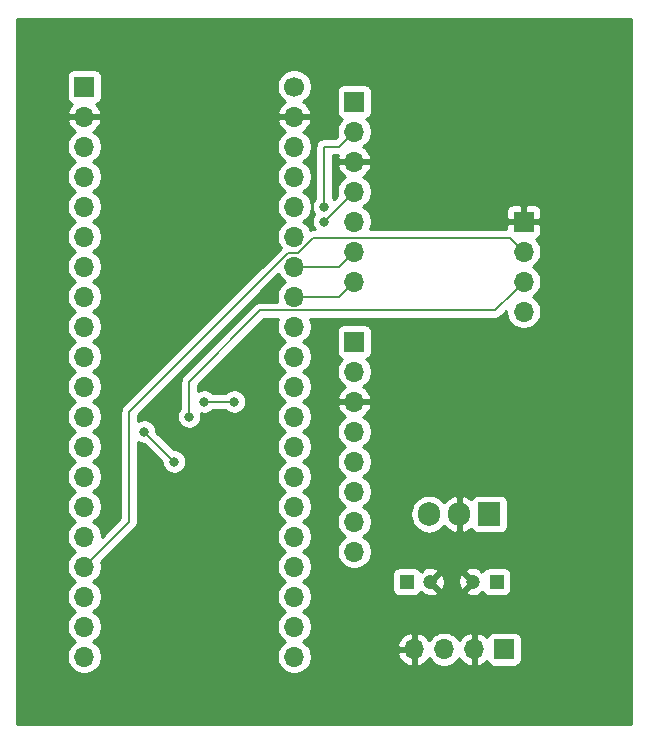
<source format=gbl>
G04 #@! TF.GenerationSoftware,KiCad,Pcbnew,(5.1.5)-3*
G04 #@! TF.CreationDate,2020-03-02T23:39:02-06:00*
G04 #@! TF.ProjectId,PMT_PCB,504d545f-5043-4422-9e6b-696361645f70,rev?*
G04 #@! TF.SameCoordinates,Original*
G04 #@! TF.FileFunction,Copper,L2,Bot*
G04 #@! TF.FilePolarity,Positive*
%FSLAX46Y46*%
G04 Gerber Fmt 4.6, Leading zero omitted, Abs format (unit mm)*
G04 Created by KiCad (PCBNEW (5.1.5)-3) date 2020-03-02 23:39:02*
%MOMM*%
%LPD*%
G04 APERTURE LIST*
%ADD10O,1.905000X2.000000*%
%ADD11R,1.905000X2.000000*%
%ADD12O,1.700000X1.700000*%
%ADD13R,1.700000X1.700000*%
%ADD14C,1.700000*%
%ADD15C,1.200000*%
%ADD16R,1.200000X1.200000*%
%ADD17C,0.800000*%
%ADD18C,0.200000*%
%ADD19C,0.254000*%
G04 APERTURE END LIST*
D10*
X149860000Y-97155000D03*
X152400000Y-97155000D03*
D11*
X154940000Y-97155000D03*
D12*
X157861000Y-80010000D03*
X157861000Y-77470000D03*
X157861000Y-74930000D03*
D13*
X157861000Y-72390000D03*
D12*
X143510000Y-100330000D03*
X143510000Y-97790000D03*
X143510000Y-95250000D03*
X143510000Y-92710000D03*
X143510000Y-90170000D03*
X143510000Y-87630000D03*
X143510000Y-85090000D03*
D13*
X143510000Y-82550000D03*
D12*
X148590000Y-108585000D03*
X151130000Y-108585000D03*
X153670000Y-108585000D03*
D13*
X156210000Y-108585000D03*
X143510000Y-62230000D03*
D12*
X143510000Y-64770000D03*
X143510000Y-67310000D03*
X143510000Y-69850000D03*
X143510000Y-72390000D03*
X143510000Y-74930000D03*
X143510000Y-77470000D03*
D14*
X138430000Y-60960000D03*
D12*
X138430000Y-83820000D03*
X138430000Y-86360000D03*
X138430000Y-88900000D03*
X138430000Y-71120000D03*
X138430000Y-63500000D03*
X138430000Y-78740000D03*
X138430000Y-81280000D03*
X138430000Y-96520000D03*
X138430000Y-106680000D03*
X138430000Y-68580000D03*
X138430000Y-66040000D03*
X138430000Y-99060000D03*
X138430000Y-109220000D03*
X138430000Y-104140000D03*
X138430000Y-91440000D03*
X138430000Y-73660000D03*
X138430000Y-93980000D03*
X138430000Y-76200000D03*
X138430000Y-101600000D03*
D13*
X120650000Y-60960000D03*
D12*
X120650000Y-83820000D03*
X120650000Y-86360000D03*
X120650000Y-88900000D03*
X120650000Y-71120000D03*
X120650000Y-63500000D03*
X120650000Y-78740000D03*
X120650000Y-81280000D03*
X120650000Y-96520000D03*
X120650000Y-106680000D03*
X120650000Y-68580000D03*
X120650000Y-66040000D03*
X120650000Y-99060000D03*
X120650000Y-109220000D03*
X120650000Y-104140000D03*
X120650000Y-91440000D03*
X120650000Y-73660000D03*
X120650000Y-93980000D03*
X120650000Y-76200000D03*
X120650000Y-101600000D03*
D15*
X149955000Y-102870000D03*
D16*
X147955000Y-102870000D03*
X155575000Y-102870000D03*
D15*
X153575000Y-102870000D03*
D17*
X128270000Y-92710000D03*
X125730000Y-90170000D03*
X133350000Y-87630000D03*
X130810000Y-87630000D03*
X140970000Y-72390000D03*
X140970000Y-71120000D03*
X129540000Y-88900000D03*
D18*
X128270000Y-92710000D02*
X125730000Y-90170000D01*
X133350000Y-87630000D02*
X130810000Y-87630000D01*
X143510000Y-69850000D02*
X140970000Y-72390000D01*
X142240000Y-78740000D02*
X143510000Y-77470000D01*
X138430000Y-78740000D02*
X142240000Y-78740000D01*
X140970000Y-71120000D02*
X140970000Y-66040000D01*
X142240000Y-66040000D02*
X143510000Y-64770000D01*
X140970000Y-66040000D02*
X142240000Y-66040000D01*
X142240000Y-76200000D02*
X143510000Y-74930000D01*
X138430000Y-76200000D02*
X142240000Y-76200000D01*
X135577997Y-79890001D02*
X155440999Y-79890001D01*
X157011001Y-78319999D02*
X157861000Y-77470000D01*
X155440999Y-79890001D02*
X157011001Y-78319999D01*
X129540000Y-85927998D02*
X135577997Y-79890001D01*
X129540000Y-88900000D02*
X129540000Y-85927998D01*
X138742003Y-75049999D02*
X137877999Y-75049999D01*
X137877999Y-75049999D02*
X124460000Y-88467998D01*
X140012003Y-73779999D02*
X138742003Y-75049999D01*
X157861000Y-74930000D02*
X156710999Y-73779999D01*
X156710999Y-73779999D02*
X140012003Y-73779999D01*
X124460000Y-97790000D02*
X120650000Y-101600000D01*
X124460000Y-88467998D02*
X124460000Y-97790000D01*
D19*
G36*
X166980001Y-114910000D02*
G01*
X114960000Y-114910000D01*
X114960000Y-65893740D01*
X119165000Y-65893740D01*
X119165000Y-66186260D01*
X119222068Y-66473158D01*
X119334010Y-66743411D01*
X119496525Y-66986632D01*
X119703368Y-67193475D01*
X119877760Y-67310000D01*
X119703368Y-67426525D01*
X119496525Y-67633368D01*
X119334010Y-67876589D01*
X119222068Y-68146842D01*
X119165000Y-68433740D01*
X119165000Y-68726260D01*
X119222068Y-69013158D01*
X119334010Y-69283411D01*
X119496525Y-69526632D01*
X119703368Y-69733475D01*
X119877760Y-69850000D01*
X119703368Y-69966525D01*
X119496525Y-70173368D01*
X119334010Y-70416589D01*
X119222068Y-70686842D01*
X119165000Y-70973740D01*
X119165000Y-71266260D01*
X119222068Y-71553158D01*
X119334010Y-71823411D01*
X119496525Y-72066632D01*
X119703368Y-72273475D01*
X119877760Y-72390000D01*
X119703368Y-72506525D01*
X119496525Y-72713368D01*
X119334010Y-72956589D01*
X119222068Y-73226842D01*
X119165000Y-73513740D01*
X119165000Y-73806260D01*
X119222068Y-74093158D01*
X119334010Y-74363411D01*
X119496525Y-74606632D01*
X119703368Y-74813475D01*
X119877760Y-74930000D01*
X119703368Y-75046525D01*
X119496525Y-75253368D01*
X119334010Y-75496589D01*
X119222068Y-75766842D01*
X119165000Y-76053740D01*
X119165000Y-76346260D01*
X119222068Y-76633158D01*
X119334010Y-76903411D01*
X119496525Y-77146632D01*
X119703368Y-77353475D01*
X119877760Y-77470000D01*
X119703368Y-77586525D01*
X119496525Y-77793368D01*
X119334010Y-78036589D01*
X119222068Y-78306842D01*
X119165000Y-78593740D01*
X119165000Y-78886260D01*
X119222068Y-79173158D01*
X119334010Y-79443411D01*
X119496525Y-79686632D01*
X119703368Y-79893475D01*
X119877760Y-80010000D01*
X119703368Y-80126525D01*
X119496525Y-80333368D01*
X119334010Y-80576589D01*
X119222068Y-80846842D01*
X119165000Y-81133740D01*
X119165000Y-81426260D01*
X119222068Y-81713158D01*
X119334010Y-81983411D01*
X119496525Y-82226632D01*
X119703368Y-82433475D01*
X119877760Y-82550000D01*
X119703368Y-82666525D01*
X119496525Y-82873368D01*
X119334010Y-83116589D01*
X119222068Y-83386842D01*
X119165000Y-83673740D01*
X119165000Y-83966260D01*
X119222068Y-84253158D01*
X119334010Y-84523411D01*
X119496525Y-84766632D01*
X119703368Y-84973475D01*
X119877760Y-85090000D01*
X119703368Y-85206525D01*
X119496525Y-85413368D01*
X119334010Y-85656589D01*
X119222068Y-85926842D01*
X119165000Y-86213740D01*
X119165000Y-86506260D01*
X119222068Y-86793158D01*
X119334010Y-87063411D01*
X119496525Y-87306632D01*
X119703368Y-87513475D01*
X119877760Y-87630000D01*
X119703368Y-87746525D01*
X119496525Y-87953368D01*
X119334010Y-88196589D01*
X119222068Y-88466842D01*
X119165000Y-88753740D01*
X119165000Y-89046260D01*
X119222068Y-89333158D01*
X119334010Y-89603411D01*
X119496525Y-89846632D01*
X119703368Y-90053475D01*
X119877760Y-90170000D01*
X119703368Y-90286525D01*
X119496525Y-90493368D01*
X119334010Y-90736589D01*
X119222068Y-91006842D01*
X119165000Y-91293740D01*
X119165000Y-91586260D01*
X119222068Y-91873158D01*
X119334010Y-92143411D01*
X119496525Y-92386632D01*
X119703368Y-92593475D01*
X119877760Y-92710000D01*
X119703368Y-92826525D01*
X119496525Y-93033368D01*
X119334010Y-93276589D01*
X119222068Y-93546842D01*
X119165000Y-93833740D01*
X119165000Y-94126260D01*
X119222068Y-94413158D01*
X119334010Y-94683411D01*
X119496525Y-94926632D01*
X119703368Y-95133475D01*
X119877760Y-95250000D01*
X119703368Y-95366525D01*
X119496525Y-95573368D01*
X119334010Y-95816589D01*
X119222068Y-96086842D01*
X119165000Y-96373740D01*
X119165000Y-96666260D01*
X119222068Y-96953158D01*
X119334010Y-97223411D01*
X119496525Y-97466632D01*
X119703368Y-97673475D01*
X119877760Y-97790000D01*
X119703368Y-97906525D01*
X119496525Y-98113368D01*
X119334010Y-98356589D01*
X119222068Y-98626842D01*
X119165000Y-98913740D01*
X119165000Y-99206260D01*
X119222068Y-99493158D01*
X119334010Y-99763411D01*
X119496525Y-100006632D01*
X119703368Y-100213475D01*
X119877760Y-100330000D01*
X119703368Y-100446525D01*
X119496525Y-100653368D01*
X119334010Y-100896589D01*
X119222068Y-101166842D01*
X119165000Y-101453740D01*
X119165000Y-101746260D01*
X119222068Y-102033158D01*
X119334010Y-102303411D01*
X119496525Y-102546632D01*
X119703368Y-102753475D01*
X119877760Y-102870000D01*
X119703368Y-102986525D01*
X119496525Y-103193368D01*
X119334010Y-103436589D01*
X119222068Y-103706842D01*
X119165000Y-103993740D01*
X119165000Y-104286260D01*
X119222068Y-104573158D01*
X119334010Y-104843411D01*
X119496525Y-105086632D01*
X119703368Y-105293475D01*
X119877760Y-105410000D01*
X119703368Y-105526525D01*
X119496525Y-105733368D01*
X119334010Y-105976589D01*
X119222068Y-106246842D01*
X119165000Y-106533740D01*
X119165000Y-106826260D01*
X119222068Y-107113158D01*
X119334010Y-107383411D01*
X119496525Y-107626632D01*
X119703368Y-107833475D01*
X119877760Y-107950000D01*
X119703368Y-108066525D01*
X119496525Y-108273368D01*
X119334010Y-108516589D01*
X119222068Y-108786842D01*
X119165000Y-109073740D01*
X119165000Y-109366260D01*
X119222068Y-109653158D01*
X119334010Y-109923411D01*
X119496525Y-110166632D01*
X119703368Y-110373475D01*
X119946589Y-110535990D01*
X120216842Y-110647932D01*
X120503740Y-110705000D01*
X120796260Y-110705000D01*
X121083158Y-110647932D01*
X121353411Y-110535990D01*
X121596632Y-110373475D01*
X121803475Y-110166632D01*
X121965990Y-109923411D01*
X122077932Y-109653158D01*
X122135000Y-109366260D01*
X122135000Y-109073740D01*
X122077932Y-108786842D01*
X121965990Y-108516589D01*
X121803475Y-108273368D01*
X121596632Y-108066525D01*
X121422240Y-107950000D01*
X121596632Y-107833475D01*
X121803475Y-107626632D01*
X121965990Y-107383411D01*
X122077932Y-107113158D01*
X122135000Y-106826260D01*
X122135000Y-106533740D01*
X122077932Y-106246842D01*
X121965990Y-105976589D01*
X121803475Y-105733368D01*
X121596632Y-105526525D01*
X121422240Y-105410000D01*
X121596632Y-105293475D01*
X121803475Y-105086632D01*
X121965990Y-104843411D01*
X122077932Y-104573158D01*
X122135000Y-104286260D01*
X122135000Y-103993740D01*
X122077932Y-103706842D01*
X121965990Y-103436589D01*
X121803475Y-103193368D01*
X121596632Y-102986525D01*
X121422240Y-102870000D01*
X121596632Y-102753475D01*
X121803475Y-102546632D01*
X121965990Y-102303411D01*
X122077932Y-102033158D01*
X122135000Y-101746260D01*
X122135000Y-101453740D01*
X122085344Y-101204103D01*
X124954193Y-98335254D01*
X124982238Y-98312238D01*
X125074087Y-98200320D01*
X125128731Y-98098089D01*
X125142337Y-98072634D01*
X125184365Y-97934085D01*
X125198556Y-97790000D01*
X125195000Y-97753895D01*
X125195000Y-91057308D01*
X125239744Y-91087205D01*
X125428102Y-91165226D01*
X125628061Y-91205000D01*
X125725554Y-91205000D01*
X127235000Y-92714447D01*
X127235000Y-92811939D01*
X127274774Y-93011898D01*
X127352795Y-93200256D01*
X127466063Y-93369774D01*
X127610226Y-93513937D01*
X127779744Y-93627205D01*
X127968102Y-93705226D01*
X128168061Y-93745000D01*
X128371939Y-93745000D01*
X128571898Y-93705226D01*
X128760256Y-93627205D01*
X128929774Y-93513937D01*
X129073937Y-93369774D01*
X129187205Y-93200256D01*
X129265226Y-93011898D01*
X129305000Y-92811939D01*
X129305000Y-92608061D01*
X129265226Y-92408102D01*
X129187205Y-92219744D01*
X129073937Y-92050226D01*
X128929774Y-91906063D01*
X128760256Y-91792795D01*
X128571898Y-91714774D01*
X128371939Y-91675000D01*
X128274447Y-91675000D01*
X126765000Y-90165554D01*
X126765000Y-90068061D01*
X126725226Y-89868102D01*
X126647205Y-89679744D01*
X126533937Y-89510226D01*
X126389774Y-89366063D01*
X126220256Y-89252795D01*
X126031898Y-89174774D01*
X125831939Y-89135000D01*
X125628061Y-89135000D01*
X125428102Y-89174774D01*
X125239744Y-89252795D01*
X125195000Y-89282692D01*
X125195000Y-88772444D01*
X137099372Y-76868073D01*
X137114010Y-76903411D01*
X137276525Y-77146632D01*
X137483368Y-77353475D01*
X137657760Y-77470000D01*
X137483368Y-77586525D01*
X137276525Y-77793368D01*
X137114010Y-78036589D01*
X137002068Y-78306842D01*
X136945000Y-78593740D01*
X136945000Y-78886260D01*
X136998456Y-79155001D01*
X135614091Y-79155001D01*
X135577996Y-79151446D01*
X135541901Y-79155001D01*
X135541892Y-79155001D01*
X135433912Y-79165636D01*
X135295364Y-79207664D01*
X135167677Y-79275914D01*
X135055759Y-79367763D01*
X135032743Y-79395808D01*
X129045808Y-85382744D01*
X129017763Y-85405760D01*
X128925914Y-85517678D01*
X128922985Y-85523158D01*
X128857664Y-85645365D01*
X128815635Y-85783913D01*
X128801444Y-85927998D01*
X128805001Y-85964113D01*
X128805000Y-88171289D01*
X128736063Y-88240226D01*
X128622795Y-88409744D01*
X128544774Y-88598102D01*
X128505000Y-88798061D01*
X128505000Y-89001939D01*
X128544774Y-89201898D01*
X128622795Y-89390256D01*
X128736063Y-89559774D01*
X128880226Y-89703937D01*
X129049744Y-89817205D01*
X129238102Y-89895226D01*
X129438061Y-89935000D01*
X129641939Y-89935000D01*
X129841898Y-89895226D01*
X130030256Y-89817205D01*
X130199774Y-89703937D01*
X130343937Y-89559774D01*
X130457205Y-89390256D01*
X130535226Y-89201898D01*
X130575000Y-89001939D01*
X130575000Y-88798061D01*
X130541961Y-88631961D01*
X130708061Y-88665000D01*
X130911939Y-88665000D01*
X131111898Y-88625226D01*
X131300256Y-88547205D01*
X131469774Y-88433937D01*
X131538711Y-88365000D01*
X132621289Y-88365000D01*
X132690226Y-88433937D01*
X132859744Y-88547205D01*
X133048102Y-88625226D01*
X133248061Y-88665000D01*
X133451939Y-88665000D01*
X133651898Y-88625226D01*
X133840256Y-88547205D01*
X134009774Y-88433937D01*
X134153937Y-88289774D01*
X134267205Y-88120256D01*
X134345226Y-87931898D01*
X134385000Y-87731939D01*
X134385000Y-87528061D01*
X134345226Y-87328102D01*
X134267205Y-87139744D01*
X134153937Y-86970226D01*
X134009774Y-86826063D01*
X133840256Y-86712795D01*
X133651898Y-86634774D01*
X133451939Y-86595000D01*
X133248061Y-86595000D01*
X133048102Y-86634774D01*
X132859744Y-86712795D01*
X132690226Y-86826063D01*
X132621289Y-86895000D01*
X131538711Y-86895000D01*
X131469774Y-86826063D01*
X131300256Y-86712795D01*
X131111898Y-86634774D01*
X130911939Y-86595000D01*
X130708061Y-86595000D01*
X130508102Y-86634774D01*
X130319744Y-86712795D01*
X130275000Y-86742692D01*
X130275000Y-86232444D01*
X135882444Y-80625001D01*
X137093957Y-80625001D01*
X137002068Y-80846842D01*
X136945000Y-81133740D01*
X136945000Y-81426260D01*
X137002068Y-81713158D01*
X137114010Y-81983411D01*
X137276525Y-82226632D01*
X137483368Y-82433475D01*
X137657760Y-82550000D01*
X137483368Y-82666525D01*
X137276525Y-82873368D01*
X137114010Y-83116589D01*
X137002068Y-83386842D01*
X136945000Y-83673740D01*
X136945000Y-83966260D01*
X137002068Y-84253158D01*
X137114010Y-84523411D01*
X137276525Y-84766632D01*
X137483368Y-84973475D01*
X137657760Y-85090000D01*
X137483368Y-85206525D01*
X137276525Y-85413368D01*
X137114010Y-85656589D01*
X137002068Y-85926842D01*
X136945000Y-86213740D01*
X136945000Y-86506260D01*
X137002068Y-86793158D01*
X137114010Y-87063411D01*
X137276525Y-87306632D01*
X137483368Y-87513475D01*
X137657760Y-87630000D01*
X137483368Y-87746525D01*
X137276525Y-87953368D01*
X137114010Y-88196589D01*
X137002068Y-88466842D01*
X136945000Y-88753740D01*
X136945000Y-89046260D01*
X137002068Y-89333158D01*
X137114010Y-89603411D01*
X137276525Y-89846632D01*
X137483368Y-90053475D01*
X137657760Y-90170000D01*
X137483368Y-90286525D01*
X137276525Y-90493368D01*
X137114010Y-90736589D01*
X137002068Y-91006842D01*
X136945000Y-91293740D01*
X136945000Y-91586260D01*
X137002068Y-91873158D01*
X137114010Y-92143411D01*
X137276525Y-92386632D01*
X137483368Y-92593475D01*
X137657760Y-92710000D01*
X137483368Y-92826525D01*
X137276525Y-93033368D01*
X137114010Y-93276589D01*
X137002068Y-93546842D01*
X136945000Y-93833740D01*
X136945000Y-94126260D01*
X137002068Y-94413158D01*
X137114010Y-94683411D01*
X137276525Y-94926632D01*
X137483368Y-95133475D01*
X137657760Y-95250000D01*
X137483368Y-95366525D01*
X137276525Y-95573368D01*
X137114010Y-95816589D01*
X137002068Y-96086842D01*
X136945000Y-96373740D01*
X136945000Y-96666260D01*
X137002068Y-96953158D01*
X137114010Y-97223411D01*
X137276525Y-97466632D01*
X137483368Y-97673475D01*
X137657760Y-97790000D01*
X137483368Y-97906525D01*
X137276525Y-98113368D01*
X137114010Y-98356589D01*
X137002068Y-98626842D01*
X136945000Y-98913740D01*
X136945000Y-99206260D01*
X137002068Y-99493158D01*
X137114010Y-99763411D01*
X137276525Y-100006632D01*
X137483368Y-100213475D01*
X137657760Y-100330000D01*
X137483368Y-100446525D01*
X137276525Y-100653368D01*
X137114010Y-100896589D01*
X137002068Y-101166842D01*
X136945000Y-101453740D01*
X136945000Y-101746260D01*
X137002068Y-102033158D01*
X137114010Y-102303411D01*
X137276525Y-102546632D01*
X137483368Y-102753475D01*
X137657760Y-102870000D01*
X137483368Y-102986525D01*
X137276525Y-103193368D01*
X137114010Y-103436589D01*
X137002068Y-103706842D01*
X136945000Y-103993740D01*
X136945000Y-104286260D01*
X137002068Y-104573158D01*
X137114010Y-104843411D01*
X137276525Y-105086632D01*
X137483368Y-105293475D01*
X137657760Y-105410000D01*
X137483368Y-105526525D01*
X137276525Y-105733368D01*
X137114010Y-105976589D01*
X137002068Y-106246842D01*
X136945000Y-106533740D01*
X136945000Y-106826260D01*
X137002068Y-107113158D01*
X137114010Y-107383411D01*
X137276525Y-107626632D01*
X137483368Y-107833475D01*
X137657760Y-107950000D01*
X137483368Y-108066525D01*
X137276525Y-108273368D01*
X137114010Y-108516589D01*
X137002068Y-108786842D01*
X136945000Y-109073740D01*
X136945000Y-109366260D01*
X137002068Y-109653158D01*
X137114010Y-109923411D01*
X137276525Y-110166632D01*
X137483368Y-110373475D01*
X137726589Y-110535990D01*
X137996842Y-110647932D01*
X138283740Y-110705000D01*
X138576260Y-110705000D01*
X138863158Y-110647932D01*
X139133411Y-110535990D01*
X139376632Y-110373475D01*
X139583475Y-110166632D01*
X139745990Y-109923411D01*
X139857932Y-109653158D01*
X139915000Y-109366260D01*
X139915000Y-109073740D01*
X139888774Y-108941891D01*
X147148519Y-108941891D01*
X147245843Y-109216252D01*
X147394822Y-109466355D01*
X147589731Y-109682588D01*
X147823080Y-109856641D01*
X148085901Y-109981825D01*
X148233110Y-110026476D01*
X148463000Y-109905155D01*
X148463000Y-108712000D01*
X147269186Y-108712000D01*
X147148519Y-108941891D01*
X139888774Y-108941891D01*
X139857932Y-108786842D01*
X139745990Y-108516589D01*
X139583475Y-108273368D01*
X139538216Y-108228109D01*
X147148519Y-108228109D01*
X147269186Y-108458000D01*
X148463000Y-108458000D01*
X148463000Y-107264845D01*
X148717000Y-107264845D01*
X148717000Y-108458000D01*
X148737000Y-108458000D01*
X148737000Y-108712000D01*
X148717000Y-108712000D01*
X148717000Y-109905155D01*
X148946890Y-110026476D01*
X149094099Y-109981825D01*
X149356920Y-109856641D01*
X149590269Y-109682588D01*
X149785178Y-109466355D01*
X149854805Y-109349466D01*
X149976525Y-109531632D01*
X150183368Y-109738475D01*
X150426589Y-109900990D01*
X150696842Y-110012932D01*
X150983740Y-110070000D01*
X151276260Y-110070000D01*
X151563158Y-110012932D01*
X151833411Y-109900990D01*
X152076632Y-109738475D01*
X152283475Y-109531632D01*
X152405195Y-109349466D01*
X152474822Y-109466355D01*
X152669731Y-109682588D01*
X152903080Y-109856641D01*
X153165901Y-109981825D01*
X153313110Y-110026476D01*
X153543000Y-109905155D01*
X153543000Y-108712000D01*
X153523000Y-108712000D01*
X153523000Y-108458000D01*
X153543000Y-108458000D01*
X153543000Y-107264845D01*
X153797000Y-107264845D01*
X153797000Y-108458000D01*
X153817000Y-108458000D01*
X153817000Y-108712000D01*
X153797000Y-108712000D01*
X153797000Y-109905155D01*
X154026890Y-110026476D01*
X154174099Y-109981825D01*
X154436920Y-109856641D01*
X154670269Y-109682588D01*
X154746034Y-109598534D01*
X154770498Y-109679180D01*
X154829463Y-109789494D01*
X154908815Y-109886185D01*
X155005506Y-109965537D01*
X155115820Y-110024502D01*
X155235518Y-110060812D01*
X155360000Y-110073072D01*
X157060000Y-110073072D01*
X157184482Y-110060812D01*
X157304180Y-110024502D01*
X157414494Y-109965537D01*
X157511185Y-109886185D01*
X157590537Y-109789494D01*
X157649502Y-109679180D01*
X157685812Y-109559482D01*
X157698072Y-109435000D01*
X157698072Y-107735000D01*
X157685812Y-107610518D01*
X157649502Y-107490820D01*
X157590537Y-107380506D01*
X157511185Y-107283815D01*
X157414494Y-107204463D01*
X157304180Y-107145498D01*
X157184482Y-107109188D01*
X157060000Y-107096928D01*
X155360000Y-107096928D01*
X155235518Y-107109188D01*
X155115820Y-107145498D01*
X155005506Y-107204463D01*
X154908815Y-107283815D01*
X154829463Y-107380506D01*
X154770498Y-107490820D01*
X154746034Y-107571466D01*
X154670269Y-107487412D01*
X154436920Y-107313359D01*
X154174099Y-107188175D01*
X154026890Y-107143524D01*
X153797000Y-107264845D01*
X153543000Y-107264845D01*
X153313110Y-107143524D01*
X153165901Y-107188175D01*
X152903080Y-107313359D01*
X152669731Y-107487412D01*
X152474822Y-107703645D01*
X152405195Y-107820534D01*
X152283475Y-107638368D01*
X152076632Y-107431525D01*
X151833411Y-107269010D01*
X151563158Y-107157068D01*
X151276260Y-107100000D01*
X150983740Y-107100000D01*
X150696842Y-107157068D01*
X150426589Y-107269010D01*
X150183368Y-107431525D01*
X149976525Y-107638368D01*
X149854805Y-107820534D01*
X149785178Y-107703645D01*
X149590269Y-107487412D01*
X149356920Y-107313359D01*
X149094099Y-107188175D01*
X148946890Y-107143524D01*
X148717000Y-107264845D01*
X148463000Y-107264845D01*
X148233110Y-107143524D01*
X148085901Y-107188175D01*
X147823080Y-107313359D01*
X147589731Y-107487412D01*
X147394822Y-107703645D01*
X147245843Y-107953748D01*
X147148519Y-108228109D01*
X139538216Y-108228109D01*
X139376632Y-108066525D01*
X139202240Y-107950000D01*
X139376632Y-107833475D01*
X139583475Y-107626632D01*
X139745990Y-107383411D01*
X139857932Y-107113158D01*
X139915000Y-106826260D01*
X139915000Y-106533740D01*
X139857932Y-106246842D01*
X139745990Y-105976589D01*
X139583475Y-105733368D01*
X139376632Y-105526525D01*
X139202240Y-105410000D01*
X139376632Y-105293475D01*
X139583475Y-105086632D01*
X139745990Y-104843411D01*
X139857932Y-104573158D01*
X139915000Y-104286260D01*
X139915000Y-103993740D01*
X139857932Y-103706842D01*
X139745990Y-103436589D01*
X139583475Y-103193368D01*
X139376632Y-102986525D01*
X139202240Y-102870000D01*
X139376632Y-102753475D01*
X139583475Y-102546632D01*
X139745990Y-102303411D01*
X139759829Y-102270000D01*
X146716928Y-102270000D01*
X146716928Y-103470000D01*
X146729188Y-103594482D01*
X146765498Y-103714180D01*
X146824463Y-103824494D01*
X146903815Y-103921185D01*
X147000506Y-104000537D01*
X147110820Y-104059502D01*
X147230518Y-104095812D01*
X147355000Y-104108072D01*
X148555000Y-104108072D01*
X148679482Y-104095812D01*
X148799180Y-104059502D01*
X148909494Y-104000537D01*
X149006185Y-103921185D01*
X149085537Y-103824494D01*
X149109858Y-103778994D01*
X149167736Y-103836872D01*
X149284842Y-103719766D01*
X149332148Y-103943348D01*
X149553516Y-104044237D01*
X149790313Y-104100000D01*
X150033438Y-104108495D01*
X150273549Y-104069395D01*
X150501418Y-103984202D01*
X150577852Y-103943348D01*
X150625159Y-103719764D01*
X149955000Y-103049605D01*
X149940858Y-103063748D01*
X149761253Y-102884143D01*
X149775395Y-102870000D01*
X150134605Y-102870000D01*
X150804764Y-103540159D01*
X151028348Y-103492852D01*
X151129237Y-103271484D01*
X151185000Y-103034687D01*
X151188013Y-102948438D01*
X152336505Y-102948438D01*
X152375605Y-103188549D01*
X152460798Y-103416418D01*
X152501652Y-103492852D01*
X152725236Y-103540159D01*
X153395395Y-102870000D01*
X152725236Y-102199841D01*
X152501652Y-102247148D01*
X152400763Y-102468516D01*
X152345000Y-102705313D01*
X152336505Y-102948438D01*
X151188013Y-102948438D01*
X151193495Y-102791562D01*
X151154395Y-102551451D01*
X151069202Y-102323582D01*
X151028348Y-102247148D01*
X150804764Y-102199841D01*
X150134605Y-102870000D01*
X149775395Y-102870000D01*
X149761253Y-102855858D01*
X149940858Y-102676253D01*
X149955000Y-102690395D01*
X150625159Y-102020236D01*
X152904841Y-102020236D01*
X153575000Y-102690395D01*
X153589143Y-102676253D01*
X153768748Y-102855858D01*
X153754605Y-102870000D01*
X153768748Y-102884143D01*
X153589143Y-103063748D01*
X153575000Y-103049605D01*
X152904841Y-103719764D01*
X152952148Y-103943348D01*
X153173516Y-104044237D01*
X153410313Y-104100000D01*
X153653438Y-104108495D01*
X153893549Y-104069395D01*
X154121418Y-103984202D01*
X154197852Y-103943348D01*
X154245158Y-103719766D01*
X154362264Y-103836872D01*
X154420142Y-103778994D01*
X154444463Y-103824494D01*
X154523815Y-103921185D01*
X154620506Y-104000537D01*
X154730820Y-104059502D01*
X154850518Y-104095812D01*
X154975000Y-104108072D01*
X156175000Y-104108072D01*
X156299482Y-104095812D01*
X156419180Y-104059502D01*
X156529494Y-104000537D01*
X156626185Y-103921185D01*
X156705537Y-103824494D01*
X156764502Y-103714180D01*
X156800812Y-103594482D01*
X156813072Y-103470000D01*
X156813072Y-102270000D01*
X156800812Y-102145518D01*
X156764502Y-102025820D01*
X156705537Y-101915506D01*
X156626185Y-101818815D01*
X156529494Y-101739463D01*
X156419180Y-101680498D01*
X156299482Y-101644188D01*
X156175000Y-101631928D01*
X154975000Y-101631928D01*
X154850518Y-101644188D01*
X154730820Y-101680498D01*
X154620506Y-101739463D01*
X154523815Y-101818815D01*
X154444463Y-101915506D01*
X154420142Y-101961006D01*
X154362264Y-101903128D01*
X154245158Y-102020234D01*
X154197852Y-101796652D01*
X153976484Y-101695763D01*
X153739687Y-101640000D01*
X153496562Y-101631505D01*
X153256451Y-101670605D01*
X153028582Y-101755798D01*
X152952148Y-101796652D01*
X152904841Y-102020236D01*
X150625159Y-102020236D01*
X150577852Y-101796652D01*
X150356484Y-101695763D01*
X150119687Y-101640000D01*
X149876562Y-101631505D01*
X149636451Y-101670605D01*
X149408582Y-101755798D01*
X149332148Y-101796652D01*
X149284842Y-102020234D01*
X149167736Y-101903128D01*
X149109858Y-101961006D01*
X149085537Y-101915506D01*
X149006185Y-101818815D01*
X148909494Y-101739463D01*
X148799180Y-101680498D01*
X148679482Y-101644188D01*
X148555000Y-101631928D01*
X147355000Y-101631928D01*
X147230518Y-101644188D01*
X147110820Y-101680498D01*
X147000506Y-101739463D01*
X146903815Y-101818815D01*
X146824463Y-101915506D01*
X146765498Y-102025820D01*
X146729188Y-102145518D01*
X146716928Y-102270000D01*
X139759829Y-102270000D01*
X139857932Y-102033158D01*
X139915000Y-101746260D01*
X139915000Y-101453740D01*
X139857932Y-101166842D01*
X139745990Y-100896589D01*
X139583475Y-100653368D01*
X139376632Y-100446525D01*
X139202240Y-100330000D01*
X139376632Y-100213475D01*
X139583475Y-100006632D01*
X139745990Y-99763411D01*
X139857932Y-99493158D01*
X139915000Y-99206260D01*
X139915000Y-98913740D01*
X139857932Y-98626842D01*
X139745990Y-98356589D01*
X139583475Y-98113368D01*
X139376632Y-97906525D01*
X139202240Y-97790000D01*
X139376632Y-97673475D01*
X139583475Y-97466632D01*
X139745990Y-97223411D01*
X139857932Y-96953158D01*
X139915000Y-96666260D01*
X139915000Y-96373740D01*
X139857932Y-96086842D01*
X139745990Y-95816589D01*
X139583475Y-95573368D01*
X139376632Y-95366525D01*
X139202240Y-95250000D01*
X139376632Y-95133475D01*
X139583475Y-94926632D01*
X139745990Y-94683411D01*
X139857932Y-94413158D01*
X139915000Y-94126260D01*
X139915000Y-93833740D01*
X139857932Y-93546842D01*
X139745990Y-93276589D01*
X139583475Y-93033368D01*
X139376632Y-92826525D01*
X139202240Y-92710000D01*
X139376632Y-92593475D01*
X139583475Y-92386632D01*
X139745990Y-92143411D01*
X139857932Y-91873158D01*
X139915000Y-91586260D01*
X139915000Y-91293740D01*
X139857932Y-91006842D01*
X139745990Y-90736589D01*
X139583475Y-90493368D01*
X139376632Y-90286525D01*
X139202240Y-90170000D01*
X139376632Y-90053475D01*
X139406367Y-90023740D01*
X142025000Y-90023740D01*
X142025000Y-90316260D01*
X142082068Y-90603158D01*
X142194010Y-90873411D01*
X142356525Y-91116632D01*
X142563368Y-91323475D01*
X142737760Y-91440000D01*
X142563368Y-91556525D01*
X142356525Y-91763368D01*
X142194010Y-92006589D01*
X142082068Y-92276842D01*
X142025000Y-92563740D01*
X142025000Y-92856260D01*
X142082068Y-93143158D01*
X142194010Y-93413411D01*
X142356525Y-93656632D01*
X142563368Y-93863475D01*
X142737760Y-93980000D01*
X142563368Y-94096525D01*
X142356525Y-94303368D01*
X142194010Y-94546589D01*
X142082068Y-94816842D01*
X142025000Y-95103740D01*
X142025000Y-95396260D01*
X142082068Y-95683158D01*
X142194010Y-95953411D01*
X142356525Y-96196632D01*
X142563368Y-96403475D01*
X142737760Y-96520000D01*
X142563368Y-96636525D01*
X142356525Y-96843368D01*
X142194010Y-97086589D01*
X142082068Y-97356842D01*
X142025000Y-97643740D01*
X142025000Y-97936260D01*
X142082068Y-98223158D01*
X142194010Y-98493411D01*
X142356525Y-98736632D01*
X142563368Y-98943475D01*
X142737760Y-99060000D01*
X142563368Y-99176525D01*
X142356525Y-99383368D01*
X142194010Y-99626589D01*
X142082068Y-99896842D01*
X142025000Y-100183740D01*
X142025000Y-100476260D01*
X142082068Y-100763158D01*
X142194010Y-101033411D01*
X142356525Y-101276632D01*
X142563368Y-101483475D01*
X142806589Y-101645990D01*
X143076842Y-101757932D01*
X143363740Y-101815000D01*
X143656260Y-101815000D01*
X143943158Y-101757932D01*
X144213411Y-101645990D01*
X144456632Y-101483475D01*
X144663475Y-101276632D01*
X144825990Y-101033411D01*
X144937932Y-100763158D01*
X144995000Y-100476260D01*
X144995000Y-100183740D01*
X144937932Y-99896842D01*
X144825990Y-99626589D01*
X144663475Y-99383368D01*
X144456632Y-99176525D01*
X144282240Y-99060000D01*
X144456632Y-98943475D01*
X144663475Y-98736632D01*
X144825990Y-98493411D01*
X144937932Y-98223158D01*
X144995000Y-97936260D01*
X144995000Y-97643740D01*
X144937932Y-97356842D01*
X144825990Y-97086589D01*
X144787854Y-97029514D01*
X148272500Y-97029514D01*
X148272500Y-97280485D01*
X148295470Y-97513703D01*
X148386245Y-97812948D01*
X148533655Y-98088734D01*
X148732037Y-98330463D01*
X148973765Y-98528845D01*
X149249551Y-98676255D01*
X149548796Y-98767030D01*
X149860000Y-98797681D01*
X150171203Y-98767030D01*
X150470448Y-98676255D01*
X150746234Y-98528845D01*
X150987963Y-98330463D01*
X151135163Y-98151101D01*
X151290563Y-98336315D01*
X151533077Y-98530969D01*
X151808906Y-98674571D01*
X152027020Y-98745563D01*
X152273000Y-98625594D01*
X152273000Y-97282000D01*
X152253000Y-97282000D01*
X152253000Y-97028000D01*
X152273000Y-97028000D01*
X152273000Y-95684406D01*
X152527000Y-95684406D01*
X152527000Y-97028000D01*
X152547000Y-97028000D01*
X152547000Y-97282000D01*
X152527000Y-97282000D01*
X152527000Y-98625594D01*
X152772980Y-98745563D01*
X152991094Y-98674571D01*
X153266923Y-98530969D01*
X153407941Y-98417781D01*
X153456963Y-98509494D01*
X153536315Y-98606185D01*
X153633006Y-98685537D01*
X153743320Y-98744502D01*
X153863018Y-98780812D01*
X153987500Y-98793072D01*
X155892500Y-98793072D01*
X156016982Y-98780812D01*
X156136680Y-98744502D01*
X156246994Y-98685537D01*
X156343685Y-98606185D01*
X156423037Y-98509494D01*
X156482002Y-98399180D01*
X156518312Y-98279482D01*
X156530572Y-98155000D01*
X156530572Y-96155000D01*
X156518312Y-96030518D01*
X156482002Y-95910820D01*
X156423037Y-95800506D01*
X156343685Y-95703815D01*
X156246994Y-95624463D01*
X156136680Y-95565498D01*
X156016982Y-95529188D01*
X155892500Y-95516928D01*
X153987500Y-95516928D01*
X153863018Y-95529188D01*
X153743320Y-95565498D01*
X153633006Y-95624463D01*
X153536315Y-95703815D01*
X153456963Y-95800506D01*
X153407941Y-95892219D01*
X153266923Y-95779031D01*
X152991094Y-95635429D01*
X152772980Y-95564437D01*
X152527000Y-95684406D01*
X152273000Y-95684406D01*
X152027020Y-95564437D01*
X151808906Y-95635429D01*
X151533077Y-95779031D01*
X151290563Y-95973685D01*
X151135162Y-96158900D01*
X150987963Y-95979537D01*
X150746235Y-95781155D01*
X150470449Y-95633745D01*
X150171204Y-95542970D01*
X149860000Y-95512319D01*
X149548797Y-95542970D01*
X149249552Y-95633745D01*
X148973766Y-95781155D01*
X148732037Y-95979537D01*
X148533655Y-96221265D01*
X148386245Y-96497051D01*
X148295470Y-96796296D01*
X148272500Y-97029514D01*
X144787854Y-97029514D01*
X144663475Y-96843368D01*
X144456632Y-96636525D01*
X144282240Y-96520000D01*
X144456632Y-96403475D01*
X144663475Y-96196632D01*
X144825990Y-95953411D01*
X144937932Y-95683158D01*
X144995000Y-95396260D01*
X144995000Y-95103740D01*
X144937932Y-94816842D01*
X144825990Y-94546589D01*
X144663475Y-94303368D01*
X144456632Y-94096525D01*
X144282240Y-93980000D01*
X144456632Y-93863475D01*
X144663475Y-93656632D01*
X144825990Y-93413411D01*
X144937932Y-93143158D01*
X144995000Y-92856260D01*
X144995000Y-92563740D01*
X144937932Y-92276842D01*
X144825990Y-92006589D01*
X144663475Y-91763368D01*
X144456632Y-91556525D01*
X144282240Y-91440000D01*
X144456632Y-91323475D01*
X144663475Y-91116632D01*
X144825990Y-90873411D01*
X144937932Y-90603158D01*
X144995000Y-90316260D01*
X144995000Y-90023740D01*
X144937932Y-89736842D01*
X144825990Y-89466589D01*
X144663475Y-89223368D01*
X144456632Y-89016525D01*
X144274466Y-88894805D01*
X144391355Y-88825178D01*
X144607588Y-88630269D01*
X144781641Y-88396920D01*
X144906825Y-88134099D01*
X144951476Y-87986890D01*
X144830155Y-87757000D01*
X143637000Y-87757000D01*
X143637000Y-87777000D01*
X143383000Y-87777000D01*
X143383000Y-87757000D01*
X142189845Y-87757000D01*
X142068524Y-87986890D01*
X142113175Y-88134099D01*
X142238359Y-88396920D01*
X142412412Y-88630269D01*
X142628645Y-88825178D01*
X142745534Y-88894805D01*
X142563368Y-89016525D01*
X142356525Y-89223368D01*
X142194010Y-89466589D01*
X142082068Y-89736842D01*
X142025000Y-90023740D01*
X139406367Y-90023740D01*
X139583475Y-89846632D01*
X139745990Y-89603411D01*
X139857932Y-89333158D01*
X139915000Y-89046260D01*
X139915000Y-88753740D01*
X139857932Y-88466842D01*
X139745990Y-88196589D01*
X139583475Y-87953368D01*
X139376632Y-87746525D01*
X139202240Y-87630000D01*
X139376632Y-87513475D01*
X139583475Y-87306632D01*
X139745990Y-87063411D01*
X139857932Y-86793158D01*
X139915000Y-86506260D01*
X139915000Y-86213740D01*
X139857932Y-85926842D01*
X139745990Y-85656589D01*
X139583475Y-85413368D01*
X139376632Y-85206525D01*
X139202240Y-85090000D01*
X139376632Y-84973475D01*
X139583475Y-84766632D01*
X139745990Y-84523411D01*
X139857932Y-84253158D01*
X139915000Y-83966260D01*
X139915000Y-83673740D01*
X139857932Y-83386842D01*
X139745990Y-83116589D01*
X139583475Y-82873368D01*
X139376632Y-82666525D01*
X139202240Y-82550000D01*
X139376632Y-82433475D01*
X139583475Y-82226632D01*
X139745990Y-81983411D01*
X139857932Y-81713158D01*
X139860549Y-81700000D01*
X142021928Y-81700000D01*
X142021928Y-83400000D01*
X142034188Y-83524482D01*
X142070498Y-83644180D01*
X142129463Y-83754494D01*
X142208815Y-83851185D01*
X142305506Y-83930537D01*
X142415820Y-83989502D01*
X142488380Y-84011513D01*
X142356525Y-84143368D01*
X142194010Y-84386589D01*
X142082068Y-84656842D01*
X142025000Y-84943740D01*
X142025000Y-85236260D01*
X142082068Y-85523158D01*
X142194010Y-85793411D01*
X142356525Y-86036632D01*
X142563368Y-86243475D01*
X142745534Y-86365195D01*
X142628645Y-86434822D01*
X142412412Y-86629731D01*
X142238359Y-86863080D01*
X142113175Y-87125901D01*
X142068524Y-87273110D01*
X142189845Y-87503000D01*
X143383000Y-87503000D01*
X143383000Y-87483000D01*
X143637000Y-87483000D01*
X143637000Y-87503000D01*
X144830155Y-87503000D01*
X144951476Y-87273110D01*
X144906825Y-87125901D01*
X144781641Y-86863080D01*
X144607588Y-86629731D01*
X144391355Y-86434822D01*
X144274466Y-86365195D01*
X144456632Y-86243475D01*
X144663475Y-86036632D01*
X144825990Y-85793411D01*
X144937932Y-85523158D01*
X144995000Y-85236260D01*
X144995000Y-84943740D01*
X144937932Y-84656842D01*
X144825990Y-84386589D01*
X144663475Y-84143368D01*
X144531620Y-84011513D01*
X144604180Y-83989502D01*
X144714494Y-83930537D01*
X144811185Y-83851185D01*
X144890537Y-83754494D01*
X144949502Y-83644180D01*
X144985812Y-83524482D01*
X144998072Y-83400000D01*
X144998072Y-81700000D01*
X144985812Y-81575518D01*
X144949502Y-81455820D01*
X144890537Y-81345506D01*
X144811185Y-81248815D01*
X144714494Y-81169463D01*
X144604180Y-81110498D01*
X144484482Y-81074188D01*
X144360000Y-81061928D01*
X142660000Y-81061928D01*
X142535518Y-81074188D01*
X142415820Y-81110498D01*
X142305506Y-81169463D01*
X142208815Y-81248815D01*
X142129463Y-81345506D01*
X142070498Y-81455820D01*
X142034188Y-81575518D01*
X142021928Y-81700000D01*
X139860549Y-81700000D01*
X139915000Y-81426260D01*
X139915000Y-81133740D01*
X139857932Y-80846842D01*
X139766043Y-80625001D01*
X155404894Y-80625001D01*
X155440999Y-80628557D01*
X155477104Y-80625001D01*
X155585084Y-80614366D01*
X155723632Y-80572338D01*
X155851319Y-80504088D01*
X155963237Y-80412239D01*
X155986257Y-80384189D01*
X156376000Y-79994446D01*
X156376000Y-80156260D01*
X156433068Y-80443158D01*
X156545010Y-80713411D01*
X156707525Y-80956632D01*
X156914368Y-81163475D01*
X157157589Y-81325990D01*
X157427842Y-81437932D01*
X157714740Y-81495000D01*
X158007260Y-81495000D01*
X158294158Y-81437932D01*
X158564411Y-81325990D01*
X158807632Y-81163475D01*
X159014475Y-80956632D01*
X159176990Y-80713411D01*
X159288932Y-80443158D01*
X159346000Y-80156260D01*
X159346000Y-79863740D01*
X159288932Y-79576842D01*
X159176990Y-79306589D01*
X159014475Y-79063368D01*
X158807632Y-78856525D01*
X158633240Y-78740000D01*
X158807632Y-78623475D01*
X159014475Y-78416632D01*
X159176990Y-78173411D01*
X159288932Y-77903158D01*
X159346000Y-77616260D01*
X159346000Y-77323740D01*
X159288932Y-77036842D01*
X159176990Y-76766589D01*
X159014475Y-76523368D01*
X158807632Y-76316525D01*
X158633240Y-76200000D01*
X158807632Y-76083475D01*
X159014475Y-75876632D01*
X159176990Y-75633411D01*
X159288932Y-75363158D01*
X159346000Y-75076260D01*
X159346000Y-74783740D01*
X159288932Y-74496842D01*
X159176990Y-74226589D01*
X159014475Y-73983368D01*
X158882620Y-73851513D01*
X158955180Y-73829502D01*
X159065494Y-73770537D01*
X159162185Y-73691185D01*
X159241537Y-73594494D01*
X159300502Y-73484180D01*
X159336812Y-73364482D01*
X159349072Y-73240000D01*
X159346000Y-72675750D01*
X159187250Y-72517000D01*
X157988000Y-72517000D01*
X157988000Y-72537000D01*
X157734000Y-72537000D01*
X157734000Y-72517000D01*
X156534750Y-72517000D01*
X156376000Y-72675750D01*
X156373990Y-73044999D01*
X144846043Y-73044999D01*
X144937932Y-72823158D01*
X144995000Y-72536260D01*
X144995000Y-72243740D01*
X144937932Y-71956842D01*
X144825990Y-71686589D01*
X144728043Y-71540000D01*
X156372928Y-71540000D01*
X156376000Y-72104250D01*
X156534750Y-72263000D01*
X157734000Y-72263000D01*
X157734000Y-71063750D01*
X157988000Y-71063750D01*
X157988000Y-72263000D01*
X159187250Y-72263000D01*
X159346000Y-72104250D01*
X159349072Y-71540000D01*
X159336812Y-71415518D01*
X159300502Y-71295820D01*
X159241537Y-71185506D01*
X159162185Y-71088815D01*
X159065494Y-71009463D01*
X158955180Y-70950498D01*
X158835482Y-70914188D01*
X158711000Y-70901928D01*
X158146750Y-70905000D01*
X157988000Y-71063750D01*
X157734000Y-71063750D01*
X157575250Y-70905000D01*
X157011000Y-70901928D01*
X156886518Y-70914188D01*
X156766820Y-70950498D01*
X156656506Y-71009463D01*
X156559815Y-71088815D01*
X156480463Y-71185506D01*
X156421498Y-71295820D01*
X156385188Y-71415518D01*
X156372928Y-71540000D01*
X144728043Y-71540000D01*
X144663475Y-71443368D01*
X144456632Y-71236525D01*
X144282240Y-71120000D01*
X144456632Y-71003475D01*
X144663475Y-70796632D01*
X144825990Y-70553411D01*
X144937932Y-70283158D01*
X144995000Y-69996260D01*
X144995000Y-69703740D01*
X144937932Y-69416842D01*
X144825990Y-69146589D01*
X144663475Y-68903368D01*
X144456632Y-68696525D01*
X144274466Y-68574805D01*
X144391355Y-68505178D01*
X144607588Y-68310269D01*
X144781641Y-68076920D01*
X144906825Y-67814099D01*
X144951476Y-67666890D01*
X144830155Y-67437000D01*
X143637000Y-67437000D01*
X143637000Y-67457000D01*
X143383000Y-67457000D01*
X143383000Y-67437000D01*
X142189845Y-67437000D01*
X142068524Y-67666890D01*
X142113175Y-67814099D01*
X142238359Y-68076920D01*
X142412412Y-68310269D01*
X142628645Y-68505178D01*
X142745534Y-68574805D01*
X142563368Y-68696525D01*
X142356525Y-68903368D01*
X142194010Y-69146589D01*
X142082068Y-69416842D01*
X142025000Y-69703740D01*
X142025000Y-69996260D01*
X142074656Y-70245897D01*
X141808540Y-70512013D01*
X141773937Y-70460226D01*
X141705000Y-70391289D01*
X141705000Y-66775000D01*
X142127893Y-66775000D01*
X142113175Y-66805901D01*
X142068524Y-66953110D01*
X142189845Y-67183000D01*
X143383000Y-67183000D01*
X143383000Y-67163000D01*
X143637000Y-67163000D01*
X143637000Y-67183000D01*
X144830155Y-67183000D01*
X144951476Y-66953110D01*
X144906825Y-66805901D01*
X144781641Y-66543080D01*
X144607588Y-66309731D01*
X144391355Y-66114822D01*
X144274466Y-66045195D01*
X144456632Y-65923475D01*
X144663475Y-65716632D01*
X144825990Y-65473411D01*
X144937932Y-65203158D01*
X144995000Y-64916260D01*
X144995000Y-64623740D01*
X144937932Y-64336842D01*
X144825990Y-64066589D01*
X144663475Y-63823368D01*
X144531620Y-63691513D01*
X144604180Y-63669502D01*
X144714494Y-63610537D01*
X144811185Y-63531185D01*
X144890537Y-63434494D01*
X144949502Y-63324180D01*
X144985812Y-63204482D01*
X144998072Y-63080000D01*
X144998072Y-61380000D01*
X144985812Y-61255518D01*
X144949502Y-61135820D01*
X144890537Y-61025506D01*
X144811185Y-60928815D01*
X144714494Y-60849463D01*
X144604180Y-60790498D01*
X144484482Y-60754188D01*
X144360000Y-60741928D01*
X142660000Y-60741928D01*
X142535518Y-60754188D01*
X142415820Y-60790498D01*
X142305506Y-60849463D01*
X142208815Y-60928815D01*
X142129463Y-61025506D01*
X142070498Y-61135820D01*
X142034188Y-61255518D01*
X142021928Y-61380000D01*
X142021928Y-63080000D01*
X142034188Y-63204482D01*
X142070498Y-63324180D01*
X142129463Y-63434494D01*
X142208815Y-63531185D01*
X142305506Y-63610537D01*
X142415820Y-63669502D01*
X142488380Y-63691513D01*
X142356525Y-63823368D01*
X142194010Y-64066589D01*
X142082068Y-64336842D01*
X142025000Y-64623740D01*
X142025000Y-64916260D01*
X142074656Y-65165897D01*
X141935554Y-65305000D01*
X141006105Y-65305000D01*
X140970000Y-65301444D01*
X140933895Y-65305000D01*
X140825915Y-65315635D01*
X140687367Y-65357663D01*
X140559680Y-65425913D01*
X140447762Y-65517762D01*
X140355913Y-65629680D01*
X140287663Y-65757367D01*
X140245635Y-65895915D01*
X140231444Y-66040000D01*
X140235001Y-66076115D01*
X140235000Y-70391289D01*
X140166063Y-70460226D01*
X140052795Y-70629744D01*
X139974774Y-70818102D01*
X139935000Y-71018061D01*
X139935000Y-71221939D01*
X139974774Y-71421898D01*
X140052795Y-71610256D01*
X140149510Y-71755000D01*
X140052795Y-71899744D01*
X139974774Y-72088102D01*
X139935000Y-72288061D01*
X139935000Y-72491939D01*
X139974774Y-72691898D01*
X140052795Y-72880256D01*
X140162872Y-73044999D01*
X140048097Y-73044999D01*
X140012002Y-73041444D01*
X139975907Y-73044999D01*
X139975898Y-73044999D01*
X139867918Y-73055634D01*
X139796046Y-73077436D01*
X139745990Y-72956589D01*
X139583475Y-72713368D01*
X139376632Y-72506525D01*
X139202240Y-72390000D01*
X139376632Y-72273475D01*
X139583475Y-72066632D01*
X139745990Y-71823411D01*
X139857932Y-71553158D01*
X139915000Y-71266260D01*
X139915000Y-70973740D01*
X139857932Y-70686842D01*
X139745990Y-70416589D01*
X139583475Y-70173368D01*
X139376632Y-69966525D01*
X139202240Y-69850000D01*
X139376632Y-69733475D01*
X139583475Y-69526632D01*
X139745990Y-69283411D01*
X139857932Y-69013158D01*
X139915000Y-68726260D01*
X139915000Y-68433740D01*
X139857932Y-68146842D01*
X139745990Y-67876589D01*
X139583475Y-67633368D01*
X139376632Y-67426525D01*
X139202240Y-67310000D01*
X139376632Y-67193475D01*
X139583475Y-66986632D01*
X139745990Y-66743411D01*
X139857932Y-66473158D01*
X139915000Y-66186260D01*
X139915000Y-65893740D01*
X139857932Y-65606842D01*
X139745990Y-65336589D01*
X139583475Y-65093368D01*
X139376632Y-64886525D01*
X139194466Y-64764805D01*
X139311355Y-64695178D01*
X139527588Y-64500269D01*
X139701641Y-64266920D01*
X139826825Y-64004099D01*
X139871476Y-63856890D01*
X139750155Y-63627000D01*
X138557000Y-63627000D01*
X138557000Y-63647000D01*
X138303000Y-63647000D01*
X138303000Y-63627000D01*
X137109845Y-63627000D01*
X136988524Y-63856890D01*
X137033175Y-64004099D01*
X137158359Y-64266920D01*
X137332412Y-64500269D01*
X137548645Y-64695178D01*
X137665534Y-64764805D01*
X137483368Y-64886525D01*
X137276525Y-65093368D01*
X137114010Y-65336589D01*
X137002068Y-65606842D01*
X136945000Y-65893740D01*
X136945000Y-66186260D01*
X137002068Y-66473158D01*
X137114010Y-66743411D01*
X137276525Y-66986632D01*
X137483368Y-67193475D01*
X137657760Y-67310000D01*
X137483368Y-67426525D01*
X137276525Y-67633368D01*
X137114010Y-67876589D01*
X137002068Y-68146842D01*
X136945000Y-68433740D01*
X136945000Y-68726260D01*
X137002068Y-69013158D01*
X137114010Y-69283411D01*
X137276525Y-69526632D01*
X137483368Y-69733475D01*
X137657760Y-69850000D01*
X137483368Y-69966525D01*
X137276525Y-70173368D01*
X137114010Y-70416589D01*
X137002068Y-70686842D01*
X136945000Y-70973740D01*
X136945000Y-71266260D01*
X137002068Y-71553158D01*
X137114010Y-71823411D01*
X137276525Y-72066632D01*
X137483368Y-72273475D01*
X137657760Y-72390000D01*
X137483368Y-72506525D01*
X137276525Y-72713368D01*
X137114010Y-72956589D01*
X137002068Y-73226842D01*
X136945000Y-73513740D01*
X136945000Y-73806260D01*
X137002068Y-74093158D01*
X137114010Y-74363411D01*
X137276525Y-74606632D01*
X137279222Y-74609329D01*
X123965808Y-87922744D01*
X123937762Y-87945761D01*
X123845913Y-88057679D01*
X123777663Y-88185366D01*
X123759850Y-88244087D01*
X123735635Y-88323913D01*
X123721444Y-88467998D01*
X123725000Y-88504103D01*
X123725001Y-97485552D01*
X122135000Y-99075553D01*
X122135000Y-98913740D01*
X122077932Y-98626842D01*
X121965990Y-98356589D01*
X121803475Y-98113368D01*
X121596632Y-97906525D01*
X121422240Y-97790000D01*
X121596632Y-97673475D01*
X121803475Y-97466632D01*
X121965990Y-97223411D01*
X122077932Y-96953158D01*
X122135000Y-96666260D01*
X122135000Y-96373740D01*
X122077932Y-96086842D01*
X121965990Y-95816589D01*
X121803475Y-95573368D01*
X121596632Y-95366525D01*
X121422240Y-95250000D01*
X121596632Y-95133475D01*
X121803475Y-94926632D01*
X121965990Y-94683411D01*
X122077932Y-94413158D01*
X122135000Y-94126260D01*
X122135000Y-93833740D01*
X122077932Y-93546842D01*
X121965990Y-93276589D01*
X121803475Y-93033368D01*
X121596632Y-92826525D01*
X121422240Y-92710000D01*
X121596632Y-92593475D01*
X121803475Y-92386632D01*
X121965990Y-92143411D01*
X122077932Y-91873158D01*
X122135000Y-91586260D01*
X122135000Y-91293740D01*
X122077932Y-91006842D01*
X121965990Y-90736589D01*
X121803475Y-90493368D01*
X121596632Y-90286525D01*
X121422240Y-90170000D01*
X121596632Y-90053475D01*
X121803475Y-89846632D01*
X121965990Y-89603411D01*
X122077932Y-89333158D01*
X122135000Y-89046260D01*
X122135000Y-88753740D01*
X122077932Y-88466842D01*
X121965990Y-88196589D01*
X121803475Y-87953368D01*
X121596632Y-87746525D01*
X121422240Y-87630000D01*
X121596632Y-87513475D01*
X121803475Y-87306632D01*
X121965990Y-87063411D01*
X122077932Y-86793158D01*
X122135000Y-86506260D01*
X122135000Y-86213740D01*
X122077932Y-85926842D01*
X121965990Y-85656589D01*
X121803475Y-85413368D01*
X121596632Y-85206525D01*
X121422240Y-85090000D01*
X121596632Y-84973475D01*
X121803475Y-84766632D01*
X121965990Y-84523411D01*
X122077932Y-84253158D01*
X122135000Y-83966260D01*
X122135000Y-83673740D01*
X122077932Y-83386842D01*
X121965990Y-83116589D01*
X121803475Y-82873368D01*
X121596632Y-82666525D01*
X121422240Y-82550000D01*
X121596632Y-82433475D01*
X121803475Y-82226632D01*
X121965990Y-81983411D01*
X122077932Y-81713158D01*
X122135000Y-81426260D01*
X122135000Y-81133740D01*
X122077932Y-80846842D01*
X121965990Y-80576589D01*
X121803475Y-80333368D01*
X121596632Y-80126525D01*
X121422240Y-80010000D01*
X121596632Y-79893475D01*
X121803475Y-79686632D01*
X121965990Y-79443411D01*
X122077932Y-79173158D01*
X122135000Y-78886260D01*
X122135000Y-78593740D01*
X122077932Y-78306842D01*
X121965990Y-78036589D01*
X121803475Y-77793368D01*
X121596632Y-77586525D01*
X121422240Y-77470000D01*
X121596632Y-77353475D01*
X121803475Y-77146632D01*
X121965990Y-76903411D01*
X122077932Y-76633158D01*
X122135000Y-76346260D01*
X122135000Y-76053740D01*
X122077932Y-75766842D01*
X121965990Y-75496589D01*
X121803475Y-75253368D01*
X121596632Y-75046525D01*
X121422240Y-74930000D01*
X121596632Y-74813475D01*
X121803475Y-74606632D01*
X121965990Y-74363411D01*
X122077932Y-74093158D01*
X122135000Y-73806260D01*
X122135000Y-73513740D01*
X122077932Y-73226842D01*
X121965990Y-72956589D01*
X121803475Y-72713368D01*
X121596632Y-72506525D01*
X121422240Y-72390000D01*
X121596632Y-72273475D01*
X121803475Y-72066632D01*
X121965990Y-71823411D01*
X122077932Y-71553158D01*
X122135000Y-71266260D01*
X122135000Y-70973740D01*
X122077932Y-70686842D01*
X121965990Y-70416589D01*
X121803475Y-70173368D01*
X121596632Y-69966525D01*
X121422240Y-69850000D01*
X121596632Y-69733475D01*
X121803475Y-69526632D01*
X121965990Y-69283411D01*
X122077932Y-69013158D01*
X122135000Y-68726260D01*
X122135000Y-68433740D01*
X122077932Y-68146842D01*
X121965990Y-67876589D01*
X121803475Y-67633368D01*
X121596632Y-67426525D01*
X121422240Y-67310000D01*
X121596632Y-67193475D01*
X121803475Y-66986632D01*
X121965990Y-66743411D01*
X122077932Y-66473158D01*
X122135000Y-66186260D01*
X122135000Y-65893740D01*
X122077932Y-65606842D01*
X121965990Y-65336589D01*
X121803475Y-65093368D01*
X121596632Y-64886525D01*
X121414466Y-64764805D01*
X121531355Y-64695178D01*
X121747588Y-64500269D01*
X121921641Y-64266920D01*
X122046825Y-64004099D01*
X122091476Y-63856890D01*
X121970155Y-63627000D01*
X120777000Y-63627000D01*
X120777000Y-63647000D01*
X120523000Y-63647000D01*
X120523000Y-63627000D01*
X119329845Y-63627000D01*
X119208524Y-63856890D01*
X119253175Y-64004099D01*
X119378359Y-64266920D01*
X119552412Y-64500269D01*
X119768645Y-64695178D01*
X119885534Y-64764805D01*
X119703368Y-64886525D01*
X119496525Y-65093368D01*
X119334010Y-65336589D01*
X119222068Y-65606842D01*
X119165000Y-65893740D01*
X114960000Y-65893740D01*
X114960000Y-60110000D01*
X119161928Y-60110000D01*
X119161928Y-61810000D01*
X119174188Y-61934482D01*
X119210498Y-62054180D01*
X119269463Y-62164494D01*
X119348815Y-62261185D01*
X119445506Y-62340537D01*
X119555820Y-62399502D01*
X119636466Y-62423966D01*
X119552412Y-62499731D01*
X119378359Y-62733080D01*
X119253175Y-62995901D01*
X119208524Y-63143110D01*
X119329845Y-63373000D01*
X120523000Y-63373000D01*
X120523000Y-63353000D01*
X120777000Y-63353000D01*
X120777000Y-63373000D01*
X121970155Y-63373000D01*
X122091476Y-63143110D01*
X122046825Y-62995901D01*
X121921641Y-62733080D01*
X121747588Y-62499731D01*
X121663534Y-62423966D01*
X121744180Y-62399502D01*
X121854494Y-62340537D01*
X121951185Y-62261185D01*
X122030537Y-62164494D01*
X122089502Y-62054180D01*
X122125812Y-61934482D01*
X122138072Y-61810000D01*
X122138072Y-60813740D01*
X136945000Y-60813740D01*
X136945000Y-61106260D01*
X137002068Y-61393158D01*
X137114010Y-61663411D01*
X137276525Y-61906632D01*
X137483368Y-62113475D01*
X137665534Y-62235195D01*
X137548645Y-62304822D01*
X137332412Y-62499731D01*
X137158359Y-62733080D01*
X137033175Y-62995901D01*
X136988524Y-63143110D01*
X137109845Y-63373000D01*
X138303000Y-63373000D01*
X138303000Y-63353000D01*
X138557000Y-63353000D01*
X138557000Y-63373000D01*
X139750155Y-63373000D01*
X139871476Y-63143110D01*
X139826825Y-62995901D01*
X139701641Y-62733080D01*
X139527588Y-62499731D01*
X139311355Y-62304822D01*
X139194466Y-62235195D01*
X139376632Y-62113475D01*
X139583475Y-61906632D01*
X139745990Y-61663411D01*
X139857932Y-61393158D01*
X139915000Y-61106260D01*
X139915000Y-60813740D01*
X139857932Y-60526842D01*
X139745990Y-60256589D01*
X139583475Y-60013368D01*
X139376632Y-59806525D01*
X139133411Y-59644010D01*
X138863158Y-59532068D01*
X138576260Y-59475000D01*
X138283740Y-59475000D01*
X137996842Y-59532068D01*
X137726589Y-59644010D01*
X137483368Y-59806525D01*
X137276525Y-60013368D01*
X137114010Y-60256589D01*
X137002068Y-60526842D01*
X136945000Y-60813740D01*
X122138072Y-60813740D01*
X122138072Y-60110000D01*
X122125812Y-59985518D01*
X122089502Y-59865820D01*
X122030537Y-59755506D01*
X121951185Y-59658815D01*
X121854494Y-59579463D01*
X121744180Y-59520498D01*
X121624482Y-59484188D01*
X121500000Y-59471928D01*
X119800000Y-59471928D01*
X119675518Y-59484188D01*
X119555820Y-59520498D01*
X119445506Y-59579463D01*
X119348815Y-59658815D01*
X119269463Y-59755506D01*
X119210498Y-59865820D01*
X119174188Y-59985518D01*
X119161928Y-60110000D01*
X114960000Y-60110000D01*
X114960000Y-55270000D01*
X166980000Y-55270000D01*
X166980001Y-114910000D01*
G37*
X166980001Y-114910000D02*
X114960000Y-114910000D01*
X114960000Y-65893740D01*
X119165000Y-65893740D01*
X119165000Y-66186260D01*
X119222068Y-66473158D01*
X119334010Y-66743411D01*
X119496525Y-66986632D01*
X119703368Y-67193475D01*
X119877760Y-67310000D01*
X119703368Y-67426525D01*
X119496525Y-67633368D01*
X119334010Y-67876589D01*
X119222068Y-68146842D01*
X119165000Y-68433740D01*
X119165000Y-68726260D01*
X119222068Y-69013158D01*
X119334010Y-69283411D01*
X119496525Y-69526632D01*
X119703368Y-69733475D01*
X119877760Y-69850000D01*
X119703368Y-69966525D01*
X119496525Y-70173368D01*
X119334010Y-70416589D01*
X119222068Y-70686842D01*
X119165000Y-70973740D01*
X119165000Y-71266260D01*
X119222068Y-71553158D01*
X119334010Y-71823411D01*
X119496525Y-72066632D01*
X119703368Y-72273475D01*
X119877760Y-72390000D01*
X119703368Y-72506525D01*
X119496525Y-72713368D01*
X119334010Y-72956589D01*
X119222068Y-73226842D01*
X119165000Y-73513740D01*
X119165000Y-73806260D01*
X119222068Y-74093158D01*
X119334010Y-74363411D01*
X119496525Y-74606632D01*
X119703368Y-74813475D01*
X119877760Y-74930000D01*
X119703368Y-75046525D01*
X119496525Y-75253368D01*
X119334010Y-75496589D01*
X119222068Y-75766842D01*
X119165000Y-76053740D01*
X119165000Y-76346260D01*
X119222068Y-76633158D01*
X119334010Y-76903411D01*
X119496525Y-77146632D01*
X119703368Y-77353475D01*
X119877760Y-77470000D01*
X119703368Y-77586525D01*
X119496525Y-77793368D01*
X119334010Y-78036589D01*
X119222068Y-78306842D01*
X119165000Y-78593740D01*
X119165000Y-78886260D01*
X119222068Y-79173158D01*
X119334010Y-79443411D01*
X119496525Y-79686632D01*
X119703368Y-79893475D01*
X119877760Y-80010000D01*
X119703368Y-80126525D01*
X119496525Y-80333368D01*
X119334010Y-80576589D01*
X119222068Y-80846842D01*
X119165000Y-81133740D01*
X119165000Y-81426260D01*
X119222068Y-81713158D01*
X119334010Y-81983411D01*
X119496525Y-82226632D01*
X119703368Y-82433475D01*
X119877760Y-82550000D01*
X119703368Y-82666525D01*
X119496525Y-82873368D01*
X119334010Y-83116589D01*
X119222068Y-83386842D01*
X119165000Y-83673740D01*
X119165000Y-83966260D01*
X119222068Y-84253158D01*
X119334010Y-84523411D01*
X119496525Y-84766632D01*
X119703368Y-84973475D01*
X119877760Y-85090000D01*
X119703368Y-85206525D01*
X119496525Y-85413368D01*
X119334010Y-85656589D01*
X119222068Y-85926842D01*
X119165000Y-86213740D01*
X119165000Y-86506260D01*
X119222068Y-86793158D01*
X119334010Y-87063411D01*
X119496525Y-87306632D01*
X119703368Y-87513475D01*
X119877760Y-87630000D01*
X119703368Y-87746525D01*
X119496525Y-87953368D01*
X119334010Y-88196589D01*
X119222068Y-88466842D01*
X119165000Y-88753740D01*
X119165000Y-89046260D01*
X119222068Y-89333158D01*
X119334010Y-89603411D01*
X119496525Y-89846632D01*
X119703368Y-90053475D01*
X119877760Y-90170000D01*
X119703368Y-90286525D01*
X119496525Y-90493368D01*
X119334010Y-90736589D01*
X119222068Y-91006842D01*
X119165000Y-91293740D01*
X119165000Y-91586260D01*
X119222068Y-91873158D01*
X119334010Y-92143411D01*
X119496525Y-92386632D01*
X119703368Y-92593475D01*
X119877760Y-92710000D01*
X119703368Y-92826525D01*
X119496525Y-93033368D01*
X119334010Y-93276589D01*
X119222068Y-93546842D01*
X119165000Y-93833740D01*
X119165000Y-94126260D01*
X119222068Y-94413158D01*
X119334010Y-94683411D01*
X119496525Y-94926632D01*
X119703368Y-95133475D01*
X119877760Y-95250000D01*
X119703368Y-95366525D01*
X119496525Y-95573368D01*
X119334010Y-95816589D01*
X119222068Y-96086842D01*
X119165000Y-96373740D01*
X119165000Y-96666260D01*
X119222068Y-96953158D01*
X119334010Y-97223411D01*
X119496525Y-97466632D01*
X119703368Y-97673475D01*
X119877760Y-97790000D01*
X119703368Y-97906525D01*
X119496525Y-98113368D01*
X119334010Y-98356589D01*
X119222068Y-98626842D01*
X119165000Y-98913740D01*
X119165000Y-99206260D01*
X119222068Y-99493158D01*
X119334010Y-99763411D01*
X119496525Y-100006632D01*
X119703368Y-100213475D01*
X119877760Y-100330000D01*
X119703368Y-100446525D01*
X119496525Y-100653368D01*
X119334010Y-100896589D01*
X119222068Y-101166842D01*
X119165000Y-101453740D01*
X119165000Y-101746260D01*
X119222068Y-102033158D01*
X119334010Y-102303411D01*
X119496525Y-102546632D01*
X119703368Y-102753475D01*
X119877760Y-102870000D01*
X119703368Y-102986525D01*
X119496525Y-103193368D01*
X119334010Y-103436589D01*
X119222068Y-103706842D01*
X119165000Y-103993740D01*
X119165000Y-104286260D01*
X119222068Y-104573158D01*
X119334010Y-104843411D01*
X119496525Y-105086632D01*
X119703368Y-105293475D01*
X119877760Y-105410000D01*
X119703368Y-105526525D01*
X119496525Y-105733368D01*
X119334010Y-105976589D01*
X119222068Y-106246842D01*
X119165000Y-106533740D01*
X119165000Y-106826260D01*
X119222068Y-107113158D01*
X119334010Y-107383411D01*
X119496525Y-107626632D01*
X119703368Y-107833475D01*
X119877760Y-107950000D01*
X119703368Y-108066525D01*
X119496525Y-108273368D01*
X119334010Y-108516589D01*
X119222068Y-108786842D01*
X119165000Y-109073740D01*
X119165000Y-109366260D01*
X119222068Y-109653158D01*
X119334010Y-109923411D01*
X119496525Y-110166632D01*
X119703368Y-110373475D01*
X119946589Y-110535990D01*
X120216842Y-110647932D01*
X120503740Y-110705000D01*
X120796260Y-110705000D01*
X121083158Y-110647932D01*
X121353411Y-110535990D01*
X121596632Y-110373475D01*
X121803475Y-110166632D01*
X121965990Y-109923411D01*
X122077932Y-109653158D01*
X122135000Y-109366260D01*
X122135000Y-109073740D01*
X122077932Y-108786842D01*
X121965990Y-108516589D01*
X121803475Y-108273368D01*
X121596632Y-108066525D01*
X121422240Y-107950000D01*
X121596632Y-107833475D01*
X121803475Y-107626632D01*
X121965990Y-107383411D01*
X122077932Y-107113158D01*
X122135000Y-106826260D01*
X122135000Y-106533740D01*
X122077932Y-106246842D01*
X121965990Y-105976589D01*
X121803475Y-105733368D01*
X121596632Y-105526525D01*
X121422240Y-105410000D01*
X121596632Y-105293475D01*
X121803475Y-105086632D01*
X121965990Y-104843411D01*
X122077932Y-104573158D01*
X122135000Y-104286260D01*
X122135000Y-103993740D01*
X122077932Y-103706842D01*
X121965990Y-103436589D01*
X121803475Y-103193368D01*
X121596632Y-102986525D01*
X121422240Y-102870000D01*
X121596632Y-102753475D01*
X121803475Y-102546632D01*
X121965990Y-102303411D01*
X122077932Y-102033158D01*
X122135000Y-101746260D01*
X122135000Y-101453740D01*
X122085344Y-101204103D01*
X124954193Y-98335254D01*
X124982238Y-98312238D01*
X125074087Y-98200320D01*
X125128731Y-98098089D01*
X125142337Y-98072634D01*
X125184365Y-97934085D01*
X125198556Y-97790000D01*
X125195000Y-97753895D01*
X125195000Y-91057308D01*
X125239744Y-91087205D01*
X125428102Y-91165226D01*
X125628061Y-91205000D01*
X125725554Y-91205000D01*
X127235000Y-92714447D01*
X127235000Y-92811939D01*
X127274774Y-93011898D01*
X127352795Y-93200256D01*
X127466063Y-93369774D01*
X127610226Y-93513937D01*
X127779744Y-93627205D01*
X127968102Y-93705226D01*
X128168061Y-93745000D01*
X128371939Y-93745000D01*
X128571898Y-93705226D01*
X128760256Y-93627205D01*
X128929774Y-93513937D01*
X129073937Y-93369774D01*
X129187205Y-93200256D01*
X129265226Y-93011898D01*
X129305000Y-92811939D01*
X129305000Y-92608061D01*
X129265226Y-92408102D01*
X129187205Y-92219744D01*
X129073937Y-92050226D01*
X128929774Y-91906063D01*
X128760256Y-91792795D01*
X128571898Y-91714774D01*
X128371939Y-91675000D01*
X128274447Y-91675000D01*
X126765000Y-90165554D01*
X126765000Y-90068061D01*
X126725226Y-89868102D01*
X126647205Y-89679744D01*
X126533937Y-89510226D01*
X126389774Y-89366063D01*
X126220256Y-89252795D01*
X126031898Y-89174774D01*
X125831939Y-89135000D01*
X125628061Y-89135000D01*
X125428102Y-89174774D01*
X125239744Y-89252795D01*
X125195000Y-89282692D01*
X125195000Y-88772444D01*
X137099372Y-76868073D01*
X137114010Y-76903411D01*
X137276525Y-77146632D01*
X137483368Y-77353475D01*
X137657760Y-77470000D01*
X137483368Y-77586525D01*
X137276525Y-77793368D01*
X137114010Y-78036589D01*
X137002068Y-78306842D01*
X136945000Y-78593740D01*
X136945000Y-78886260D01*
X136998456Y-79155001D01*
X135614091Y-79155001D01*
X135577996Y-79151446D01*
X135541901Y-79155001D01*
X135541892Y-79155001D01*
X135433912Y-79165636D01*
X135295364Y-79207664D01*
X135167677Y-79275914D01*
X135055759Y-79367763D01*
X135032743Y-79395808D01*
X129045808Y-85382744D01*
X129017763Y-85405760D01*
X128925914Y-85517678D01*
X128922985Y-85523158D01*
X128857664Y-85645365D01*
X128815635Y-85783913D01*
X128801444Y-85927998D01*
X128805001Y-85964113D01*
X128805000Y-88171289D01*
X128736063Y-88240226D01*
X128622795Y-88409744D01*
X128544774Y-88598102D01*
X128505000Y-88798061D01*
X128505000Y-89001939D01*
X128544774Y-89201898D01*
X128622795Y-89390256D01*
X128736063Y-89559774D01*
X128880226Y-89703937D01*
X129049744Y-89817205D01*
X129238102Y-89895226D01*
X129438061Y-89935000D01*
X129641939Y-89935000D01*
X129841898Y-89895226D01*
X130030256Y-89817205D01*
X130199774Y-89703937D01*
X130343937Y-89559774D01*
X130457205Y-89390256D01*
X130535226Y-89201898D01*
X130575000Y-89001939D01*
X130575000Y-88798061D01*
X130541961Y-88631961D01*
X130708061Y-88665000D01*
X130911939Y-88665000D01*
X131111898Y-88625226D01*
X131300256Y-88547205D01*
X131469774Y-88433937D01*
X131538711Y-88365000D01*
X132621289Y-88365000D01*
X132690226Y-88433937D01*
X132859744Y-88547205D01*
X133048102Y-88625226D01*
X133248061Y-88665000D01*
X133451939Y-88665000D01*
X133651898Y-88625226D01*
X133840256Y-88547205D01*
X134009774Y-88433937D01*
X134153937Y-88289774D01*
X134267205Y-88120256D01*
X134345226Y-87931898D01*
X134385000Y-87731939D01*
X134385000Y-87528061D01*
X134345226Y-87328102D01*
X134267205Y-87139744D01*
X134153937Y-86970226D01*
X134009774Y-86826063D01*
X133840256Y-86712795D01*
X133651898Y-86634774D01*
X133451939Y-86595000D01*
X133248061Y-86595000D01*
X133048102Y-86634774D01*
X132859744Y-86712795D01*
X132690226Y-86826063D01*
X132621289Y-86895000D01*
X131538711Y-86895000D01*
X131469774Y-86826063D01*
X131300256Y-86712795D01*
X131111898Y-86634774D01*
X130911939Y-86595000D01*
X130708061Y-86595000D01*
X130508102Y-86634774D01*
X130319744Y-86712795D01*
X130275000Y-86742692D01*
X130275000Y-86232444D01*
X135882444Y-80625001D01*
X137093957Y-80625001D01*
X137002068Y-80846842D01*
X136945000Y-81133740D01*
X136945000Y-81426260D01*
X137002068Y-81713158D01*
X137114010Y-81983411D01*
X137276525Y-82226632D01*
X137483368Y-82433475D01*
X137657760Y-82550000D01*
X137483368Y-82666525D01*
X137276525Y-82873368D01*
X137114010Y-83116589D01*
X137002068Y-83386842D01*
X136945000Y-83673740D01*
X136945000Y-83966260D01*
X137002068Y-84253158D01*
X137114010Y-84523411D01*
X137276525Y-84766632D01*
X137483368Y-84973475D01*
X137657760Y-85090000D01*
X137483368Y-85206525D01*
X137276525Y-85413368D01*
X137114010Y-85656589D01*
X137002068Y-85926842D01*
X136945000Y-86213740D01*
X136945000Y-86506260D01*
X137002068Y-86793158D01*
X137114010Y-87063411D01*
X137276525Y-87306632D01*
X137483368Y-87513475D01*
X137657760Y-87630000D01*
X137483368Y-87746525D01*
X137276525Y-87953368D01*
X137114010Y-88196589D01*
X137002068Y-88466842D01*
X136945000Y-88753740D01*
X136945000Y-89046260D01*
X137002068Y-89333158D01*
X137114010Y-89603411D01*
X137276525Y-89846632D01*
X137483368Y-90053475D01*
X137657760Y-90170000D01*
X137483368Y-90286525D01*
X137276525Y-90493368D01*
X137114010Y-90736589D01*
X137002068Y-91006842D01*
X136945000Y-91293740D01*
X136945000Y-91586260D01*
X137002068Y-91873158D01*
X137114010Y-92143411D01*
X137276525Y-92386632D01*
X137483368Y-92593475D01*
X137657760Y-92710000D01*
X137483368Y-92826525D01*
X137276525Y-93033368D01*
X137114010Y-93276589D01*
X137002068Y-93546842D01*
X136945000Y-93833740D01*
X136945000Y-94126260D01*
X137002068Y-94413158D01*
X137114010Y-94683411D01*
X137276525Y-94926632D01*
X137483368Y-95133475D01*
X137657760Y-95250000D01*
X137483368Y-95366525D01*
X137276525Y-95573368D01*
X137114010Y-95816589D01*
X137002068Y-96086842D01*
X136945000Y-96373740D01*
X136945000Y-96666260D01*
X137002068Y-96953158D01*
X137114010Y-97223411D01*
X137276525Y-97466632D01*
X137483368Y-97673475D01*
X137657760Y-97790000D01*
X137483368Y-97906525D01*
X137276525Y-98113368D01*
X137114010Y-98356589D01*
X137002068Y-98626842D01*
X136945000Y-98913740D01*
X136945000Y-99206260D01*
X137002068Y-99493158D01*
X137114010Y-99763411D01*
X137276525Y-100006632D01*
X137483368Y-100213475D01*
X137657760Y-100330000D01*
X137483368Y-100446525D01*
X137276525Y-100653368D01*
X137114010Y-100896589D01*
X137002068Y-101166842D01*
X136945000Y-101453740D01*
X136945000Y-101746260D01*
X137002068Y-102033158D01*
X137114010Y-102303411D01*
X137276525Y-102546632D01*
X137483368Y-102753475D01*
X137657760Y-102870000D01*
X137483368Y-102986525D01*
X137276525Y-103193368D01*
X137114010Y-103436589D01*
X137002068Y-103706842D01*
X136945000Y-103993740D01*
X136945000Y-104286260D01*
X137002068Y-104573158D01*
X137114010Y-104843411D01*
X137276525Y-105086632D01*
X137483368Y-105293475D01*
X137657760Y-105410000D01*
X137483368Y-105526525D01*
X137276525Y-105733368D01*
X137114010Y-105976589D01*
X137002068Y-106246842D01*
X136945000Y-106533740D01*
X136945000Y-106826260D01*
X137002068Y-107113158D01*
X137114010Y-107383411D01*
X137276525Y-107626632D01*
X137483368Y-107833475D01*
X137657760Y-107950000D01*
X137483368Y-108066525D01*
X137276525Y-108273368D01*
X137114010Y-108516589D01*
X137002068Y-108786842D01*
X136945000Y-109073740D01*
X136945000Y-109366260D01*
X137002068Y-109653158D01*
X137114010Y-109923411D01*
X137276525Y-110166632D01*
X137483368Y-110373475D01*
X137726589Y-110535990D01*
X137996842Y-110647932D01*
X138283740Y-110705000D01*
X138576260Y-110705000D01*
X138863158Y-110647932D01*
X139133411Y-110535990D01*
X139376632Y-110373475D01*
X139583475Y-110166632D01*
X139745990Y-109923411D01*
X139857932Y-109653158D01*
X139915000Y-109366260D01*
X139915000Y-109073740D01*
X139888774Y-108941891D01*
X147148519Y-108941891D01*
X147245843Y-109216252D01*
X147394822Y-109466355D01*
X147589731Y-109682588D01*
X147823080Y-109856641D01*
X148085901Y-109981825D01*
X148233110Y-110026476D01*
X148463000Y-109905155D01*
X148463000Y-108712000D01*
X147269186Y-108712000D01*
X147148519Y-108941891D01*
X139888774Y-108941891D01*
X139857932Y-108786842D01*
X139745990Y-108516589D01*
X139583475Y-108273368D01*
X139538216Y-108228109D01*
X147148519Y-108228109D01*
X147269186Y-108458000D01*
X148463000Y-108458000D01*
X148463000Y-107264845D01*
X148717000Y-107264845D01*
X148717000Y-108458000D01*
X148737000Y-108458000D01*
X148737000Y-108712000D01*
X148717000Y-108712000D01*
X148717000Y-109905155D01*
X148946890Y-110026476D01*
X149094099Y-109981825D01*
X149356920Y-109856641D01*
X149590269Y-109682588D01*
X149785178Y-109466355D01*
X149854805Y-109349466D01*
X149976525Y-109531632D01*
X150183368Y-109738475D01*
X150426589Y-109900990D01*
X150696842Y-110012932D01*
X150983740Y-110070000D01*
X151276260Y-110070000D01*
X151563158Y-110012932D01*
X151833411Y-109900990D01*
X152076632Y-109738475D01*
X152283475Y-109531632D01*
X152405195Y-109349466D01*
X152474822Y-109466355D01*
X152669731Y-109682588D01*
X152903080Y-109856641D01*
X153165901Y-109981825D01*
X153313110Y-110026476D01*
X153543000Y-109905155D01*
X153543000Y-108712000D01*
X153523000Y-108712000D01*
X153523000Y-108458000D01*
X153543000Y-108458000D01*
X153543000Y-107264845D01*
X153797000Y-107264845D01*
X153797000Y-108458000D01*
X153817000Y-108458000D01*
X153817000Y-108712000D01*
X153797000Y-108712000D01*
X153797000Y-109905155D01*
X154026890Y-110026476D01*
X154174099Y-109981825D01*
X154436920Y-109856641D01*
X154670269Y-109682588D01*
X154746034Y-109598534D01*
X154770498Y-109679180D01*
X154829463Y-109789494D01*
X154908815Y-109886185D01*
X155005506Y-109965537D01*
X155115820Y-110024502D01*
X155235518Y-110060812D01*
X155360000Y-110073072D01*
X157060000Y-110073072D01*
X157184482Y-110060812D01*
X157304180Y-110024502D01*
X157414494Y-109965537D01*
X157511185Y-109886185D01*
X157590537Y-109789494D01*
X157649502Y-109679180D01*
X157685812Y-109559482D01*
X157698072Y-109435000D01*
X157698072Y-107735000D01*
X157685812Y-107610518D01*
X157649502Y-107490820D01*
X157590537Y-107380506D01*
X157511185Y-107283815D01*
X157414494Y-107204463D01*
X157304180Y-107145498D01*
X157184482Y-107109188D01*
X157060000Y-107096928D01*
X155360000Y-107096928D01*
X155235518Y-107109188D01*
X155115820Y-107145498D01*
X155005506Y-107204463D01*
X154908815Y-107283815D01*
X154829463Y-107380506D01*
X154770498Y-107490820D01*
X154746034Y-107571466D01*
X154670269Y-107487412D01*
X154436920Y-107313359D01*
X154174099Y-107188175D01*
X154026890Y-107143524D01*
X153797000Y-107264845D01*
X153543000Y-107264845D01*
X153313110Y-107143524D01*
X153165901Y-107188175D01*
X152903080Y-107313359D01*
X152669731Y-107487412D01*
X152474822Y-107703645D01*
X152405195Y-107820534D01*
X152283475Y-107638368D01*
X152076632Y-107431525D01*
X151833411Y-107269010D01*
X151563158Y-107157068D01*
X151276260Y-107100000D01*
X150983740Y-107100000D01*
X150696842Y-107157068D01*
X150426589Y-107269010D01*
X150183368Y-107431525D01*
X149976525Y-107638368D01*
X149854805Y-107820534D01*
X149785178Y-107703645D01*
X149590269Y-107487412D01*
X149356920Y-107313359D01*
X149094099Y-107188175D01*
X148946890Y-107143524D01*
X148717000Y-107264845D01*
X148463000Y-107264845D01*
X148233110Y-107143524D01*
X148085901Y-107188175D01*
X147823080Y-107313359D01*
X147589731Y-107487412D01*
X147394822Y-107703645D01*
X147245843Y-107953748D01*
X147148519Y-108228109D01*
X139538216Y-108228109D01*
X139376632Y-108066525D01*
X139202240Y-107950000D01*
X139376632Y-107833475D01*
X139583475Y-107626632D01*
X139745990Y-107383411D01*
X139857932Y-107113158D01*
X139915000Y-106826260D01*
X139915000Y-106533740D01*
X139857932Y-106246842D01*
X139745990Y-105976589D01*
X139583475Y-105733368D01*
X139376632Y-105526525D01*
X139202240Y-105410000D01*
X139376632Y-105293475D01*
X139583475Y-105086632D01*
X139745990Y-104843411D01*
X139857932Y-104573158D01*
X139915000Y-104286260D01*
X139915000Y-103993740D01*
X139857932Y-103706842D01*
X139745990Y-103436589D01*
X139583475Y-103193368D01*
X139376632Y-102986525D01*
X139202240Y-102870000D01*
X139376632Y-102753475D01*
X139583475Y-102546632D01*
X139745990Y-102303411D01*
X139759829Y-102270000D01*
X146716928Y-102270000D01*
X146716928Y-103470000D01*
X146729188Y-103594482D01*
X146765498Y-103714180D01*
X146824463Y-103824494D01*
X146903815Y-103921185D01*
X147000506Y-104000537D01*
X147110820Y-104059502D01*
X147230518Y-104095812D01*
X147355000Y-104108072D01*
X148555000Y-104108072D01*
X148679482Y-104095812D01*
X148799180Y-104059502D01*
X148909494Y-104000537D01*
X149006185Y-103921185D01*
X149085537Y-103824494D01*
X149109858Y-103778994D01*
X149167736Y-103836872D01*
X149284842Y-103719766D01*
X149332148Y-103943348D01*
X149553516Y-104044237D01*
X149790313Y-104100000D01*
X150033438Y-104108495D01*
X150273549Y-104069395D01*
X150501418Y-103984202D01*
X150577852Y-103943348D01*
X150625159Y-103719764D01*
X149955000Y-103049605D01*
X149940858Y-103063748D01*
X149761253Y-102884143D01*
X149775395Y-102870000D01*
X150134605Y-102870000D01*
X150804764Y-103540159D01*
X151028348Y-103492852D01*
X151129237Y-103271484D01*
X151185000Y-103034687D01*
X151188013Y-102948438D01*
X152336505Y-102948438D01*
X152375605Y-103188549D01*
X152460798Y-103416418D01*
X152501652Y-103492852D01*
X152725236Y-103540159D01*
X153395395Y-102870000D01*
X152725236Y-102199841D01*
X152501652Y-102247148D01*
X152400763Y-102468516D01*
X152345000Y-102705313D01*
X152336505Y-102948438D01*
X151188013Y-102948438D01*
X151193495Y-102791562D01*
X151154395Y-102551451D01*
X151069202Y-102323582D01*
X151028348Y-102247148D01*
X150804764Y-102199841D01*
X150134605Y-102870000D01*
X149775395Y-102870000D01*
X149761253Y-102855858D01*
X149940858Y-102676253D01*
X149955000Y-102690395D01*
X150625159Y-102020236D01*
X152904841Y-102020236D01*
X153575000Y-102690395D01*
X153589143Y-102676253D01*
X153768748Y-102855858D01*
X153754605Y-102870000D01*
X153768748Y-102884143D01*
X153589143Y-103063748D01*
X153575000Y-103049605D01*
X152904841Y-103719764D01*
X152952148Y-103943348D01*
X153173516Y-104044237D01*
X153410313Y-104100000D01*
X153653438Y-104108495D01*
X153893549Y-104069395D01*
X154121418Y-103984202D01*
X154197852Y-103943348D01*
X154245158Y-103719766D01*
X154362264Y-103836872D01*
X154420142Y-103778994D01*
X154444463Y-103824494D01*
X154523815Y-103921185D01*
X154620506Y-104000537D01*
X154730820Y-104059502D01*
X154850518Y-104095812D01*
X154975000Y-104108072D01*
X156175000Y-104108072D01*
X156299482Y-104095812D01*
X156419180Y-104059502D01*
X156529494Y-104000537D01*
X156626185Y-103921185D01*
X156705537Y-103824494D01*
X156764502Y-103714180D01*
X156800812Y-103594482D01*
X156813072Y-103470000D01*
X156813072Y-102270000D01*
X156800812Y-102145518D01*
X156764502Y-102025820D01*
X156705537Y-101915506D01*
X156626185Y-101818815D01*
X156529494Y-101739463D01*
X156419180Y-101680498D01*
X156299482Y-101644188D01*
X156175000Y-101631928D01*
X154975000Y-101631928D01*
X154850518Y-101644188D01*
X154730820Y-101680498D01*
X154620506Y-101739463D01*
X154523815Y-101818815D01*
X154444463Y-101915506D01*
X154420142Y-101961006D01*
X154362264Y-101903128D01*
X154245158Y-102020234D01*
X154197852Y-101796652D01*
X153976484Y-101695763D01*
X153739687Y-101640000D01*
X153496562Y-101631505D01*
X153256451Y-101670605D01*
X153028582Y-101755798D01*
X152952148Y-101796652D01*
X152904841Y-102020236D01*
X150625159Y-102020236D01*
X150577852Y-101796652D01*
X150356484Y-101695763D01*
X150119687Y-101640000D01*
X149876562Y-101631505D01*
X149636451Y-101670605D01*
X149408582Y-101755798D01*
X149332148Y-101796652D01*
X149284842Y-102020234D01*
X149167736Y-101903128D01*
X149109858Y-101961006D01*
X149085537Y-101915506D01*
X149006185Y-101818815D01*
X148909494Y-101739463D01*
X148799180Y-101680498D01*
X148679482Y-101644188D01*
X148555000Y-101631928D01*
X147355000Y-101631928D01*
X147230518Y-101644188D01*
X147110820Y-101680498D01*
X147000506Y-101739463D01*
X146903815Y-101818815D01*
X146824463Y-101915506D01*
X146765498Y-102025820D01*
X146729188Y-102145518D01*
X146716928Y-102270000D01*
X139759829Y-102270000D01*
X139857932Y-102033158D01*
X139915000Y-101746260D01*
X139915000Y-101453740D01*
X139857932Y-101166842D01*
X139745990Y-100896589D01*
X139583475Y-100653368D01*
X139376632Y-100446525D01*
X139202240Y-100330000D01*
X139376632Y-100213475D01*
X139583475Y-100006632D01*
X139745990Y-99763411D01*
X139857932Y-99493158D01*
X139915000Y-99206260D01*
X139915000Y-98913740D01*
X139857932Y-98626842D01*
X139745990Y-98356589D01*
X139583475Y-98113368D01*
X139376632Y-97906525D01*
X139202240Y-97790000D01*
X139376632Y-97673475D01*
X139583475Y-97466632D01*
X139745990Y-97223411D01*
X139857932Y-96953158D01*
X139915000Y-96666260D01*
X139915000Y-96373740D01*
X139857932Y-96086842D01*
X139745990Y-95816589D01*
X139583475Y-95573368D01*
X139376632Y-95366525D01*
X139202240Y-95250000D01*
X139376632Y-95133475D01*
X139583475Y-94926632D01*
X139745990Y-94683411D01*
X139857932Y-94413158D01*
X139915000Y-94126260D01*
X139915000Y-93833740D01*
X139857932Y-93546842D01*
X139745990Y-93276589D01*
X139583475Y-93033368D01*
X139376632Y-92826525D01*
X139202240Y-92710000D01*
X139376632Y-92593475D01*
X139583475Y-92386632D01*
X139745990Y-92143411D01*
X139857932Y-91873158D01*
X139915000Y-91586260D01*
X139915000Y-91293740D01*
X139857932Y-91006842D01*
X139745990Y-90736589D01*
X139583475Y-90493368D01*
X139376632Y-90286525D01*
X139202240Y-90170000D01*
X139376632Y-90053475D01*
X139406367Y-90023740D01*
X142025000Y-90023740D01*
X142025000Y-90316260D01*
X142082068Y-90603158D01*
X142194010Y-90873411D01*
X142356525Y-91116632D01*
X142563368Y-91323475D01*
X142737760Y-91440000D01*
X142563368Y-91556525D01*
X142356525Y-91763368D01*
X142194010Y-92006589D01*
X142082068Y-92276842D01*
X142025000Y-92563740D01*
X142025000Y-92856260D01*
X142082068Y-93143158D01*
X142194010Y-93413411D01*
X142356525Y-93656632D01*
X142563368Y-93863475D01*
X142737760Y-93980000D01*
X142563368Y-94096525D01*
X142356525Y-94303368D01*
X142194010Y-94546589D01*
X142082068Y-94816842D01*
X142025000Y-95103740D01*
X142025000Y-95396260D01*
X142082068Y-95683158D01*
X142194010Y-95953411D01*
X142356525Y-96196632D01*
X142563368Y-96403475D01*
X142737760Y-96520000D01*
X142563368Y-96636525D01*
X142356525Y-96843368D01*
X142194010Y-97086589D01*
X142082068Y-97356842D01*
X142025000Y-97643740D01*
X142025000Y-97936260D01*
X142082068Y-98223158D01*
X142194010Y-98493411D01*
X142356525Y-98736632D01*
X142563368Y-98943475D01*
X142737760Y-99060000D01*
X142563368Y-99176525D01*
X142356525Y-99383368D01*
X142194010Y-99626589D01*
X142082068Y-99896842D01*
X142025000Y-100183740D01*
X142025000Y-100476260D01*
X142082068Y-100763158D01*
X142194010Y-101033411D01*
X142356525Y-101276632D01*
X142563368Y-101483475D01*
X142806589Y-101645990D01*
X143076842Y-101757932D01*
X143363740Y-101815000D01*
X143656260Y-101815000D01*
X143943158Y-101757932D01*
X144213411Y-101645990D01*
X144456632Y-101483475D01*
X144663475Y-101276632D01*
X144825990Y-101033411D01*
X144937932Y-100763158D01*
X144995000Y-100476260D01*
X144995000Y-100183740D01*
X144937932Y-99896842D01*
X144825990Y-99626589D01*
X144663475Y-99383368D01*
X144456632Y-99176525D01*
X144282240Y-99060000D01*
X144456632Y-98943475D01*
X144663475Y-98736632D01*
X144825990Y-98493411D01*
X144937932Y-98223158D01*
X144995000Y-97936260D01*
X144995000Y-97643740D01*
X144937932Y-97356842D01*
X144825990Y-97086589D01*
X144787854Y-97029514D01*
X148272500Y-97029514D01*
X148272500Y-97280485D01*
X148295470Y-97513703D01*
X148386245Y-97812948D01*
X148533655Y-98088734D01*
X148732037Y-98330463D01*
X148973765Y-98528845D01*
X149249551Y-98676255D01*
X149548796Y-98767030D01*
X149860000Y-98797681D01*
X150171203Y-98767030D01*
X150470448Y-98676255D01*
X150746234Y-98528845D01*
X150987963Y-98330463D01*
X151135163Y-98151101D01*
X151290563Y-98336315D01*
X151533077Y-98530969D01*
X151808906Y-98674571D01*
X152027020Y-98745563D01*
X152273000Y-98625594D01*
X152273000Y-97282000D01*
X152253000Y-97282000D01*
X152253000Y-97028000D01*
X152273000Y-97028000D01*
X152273000Y-95684406D01*
X152527000Y-95684406D01*
X152527000Y-97028000D01*
X152547000Y-97028000D01*
X152547000Y-97282000D01*
X152527000Y-97282000D01*
X152527000Y-98625594D01*
X152772980Y-98745563D01*
X152991094Y-98674571D01*
X153266923Y-98530969D01*
X153407941Y-98417781D01*
X153456963Y-98509494D01*
X153536315Y-98606185D01*
X153633006Y-98685537D01*
X153743320Y-98744502D01*
X153863018Y-98780812D01*
X153987500Y-98793072D01*
X155892500Y-98793072D01*
X156016982Y-98780812D01*
X156136680Y-98744502D01*
X156246994Y-98685537D01*
X156343685Y-98606185D01*
X156423037Y-98509494D01*
X156482002Y-98399180D01*
X156518312Y-98279482D01*
X156530572Y-98155000D01*
X156530572Y-96155000D01*
X156518312Y-96030518D01*
X156482002Y-95910820D01*
X156423037Y-95800506D01*
X156343685Y-95703815D01*
X156246994Y-95624463D01*
X156136680Y-95565498D01*
X156016982Y-95529188D01*
X155892500Y-95516928D01*
X153987500Y-95516928D01*
X153863018Y-95529188D01*
X153743320Y-95565498D01*
X153633006Y-95624463D01*
X153536315Y-95703815D01*
X153456963Y-95800506D01*
X153407941Y-95892219D01*
X153266923Y-95779031D01*
X152991094Y-95635429D01*
X152772980Y-95564437D01*
X152527000Y-95684406D01*
X152273000Y-95684406D01*
X152027020Y-95564437D01*
X151808906Y-95635429D01*
X151533077Y-95779031D01*
X151290563Y-95973685D01*
X151135162Y-96158900D01*
X150987963Y-95979537D01*
X150746235Y-95781155D01*
X150470449Y-95633745D01*
X150171204Y-95542970D01*
X149860000Y-95512319D01*
X149548797Y-95542970D01*
X149249552Y-95633745D01*
X148973766Y-95781155D01*
X148732037Y-95979537D01*
X148533655Y-96221265D01*
X148386245Y-96497051D01*
X148295470Y-96796296D01*
X148272500Y-97029514D01*
X144787854Y-97029514D01*
X144663475Y-96843368D01*
X144456632Y-96636525D01*
X144282240Y-96520000D01*
X144456632Y-96403475D01*
X144663475Y-96196632D01*
X144825990Y-95953411D01*
X144937932Y-95683158D01*
X144995000Y-95396260D01*
X144995000Y-95103740D01*
X144937932Y-94816842D01*
X144825990Y-94546589D01*
X144663475Y-94303368D01*
X144456632Y-94096525D01*
X144282240Y-93980000D01*
X144456632Y-93863475D01*
X144663475Y-93656632D01*
X144825990Y-93413411D01*
X144937932Y-93143158D01*
X144995000Y-92856260D01*
X144995000Y-92563740D01*
X144937932Y-92276842D01*
X144825990Y-92006589D01*
X144663475Y-91763368D01*
X144456632Y-91556525D01*
X144282240Y-91440000D01*
X144456632Y-91323475D01*
X144663475Y-91116632D01*
X144825990Y-90873411D01*
X144937932Y-90603158D01*
X144995000Y-90316260D01*
X144995000Y-90023740D01*
X144937932Y-89736842D01*
X144825990Y-89466589D01*
X144663475Y-89223368D01*
X144456632Y-89016525D01*
X144274466Y-88894805D01*
X144391355Y-88825178D01*
X144607588Y-88630269D01*
X144781641Y-88396920D01*
X144906825Y-88134099D01*
X144951476Y-87986890D01*
X144830155Y-87757000D01*
X143637000Y-87757000D01*
X143637000Y-87777000D01*
X143383000Y-87777000D01*
X143383000Y-87757000D01*
X142189845Y-87757000D01*
X142068524Y-87986890D01*
X142113175Y-88134099D01*
X142238359Y-88396920D01*
X142412412Y-88630269D01*
X142628645Y-88825178D01*
X142745534Y-88894805D01*
X142563368Y-89016525D01*
X142356525Y-89223368D01*
X142194010Y-89466589D01*
X142082068Y-89736842D01*
X142025000Y-90023740D01*
X139406367Y-90023740D01*
X139583475Y-89846632D01*
X139745990Y-89603411D01*
X139857932Y-89333158D01*
X139915000Y-89046260D01*
X139915000Y-88753740D01*
X139857932Y-88466842D01*
X139745990Y-88196589D01*
X139583475Y-87953368D01*
X139376632Y-87746525D01*
X139202240Y-87630000D01*
X139376632Y-87513475D01*
X139583475Y-87306632D01*
X139745990Y-87063411D01*
X139857932Y-86793158D01*
X139915000Y-86506260D01*
X139915000Y-86213740D01*
X139857932Y-85926842D01*
X139745990Y-85656589D01*
X139583475Y-85413368D01*
X139376632Y-85206525D01*
X139202240Y-85090000D01*
X139376632Y-84973475D01*
X139583475Y-84766632D01*
X139745990Y-84523411D01*
X139857932Y-84253158D01*
X139915000Y-83966260D01*
X139915000Y-83673740D01*
X139857932Y-83386842D01*
X139745990Y-83116589D01*
X139583475Y-82873368D01*
X139376632Y-82666525D01*
X139202240Y-82550000D01*
X139376632Y-82433475D01*
X139583475Y-82226632D01*
X139745990Y-81983411D01*
X139857932Y-81713158D01*
X139860549Y-81700000D01*
X142021928Y-81700000D01*
X142021928Y-83400000D01*
X142034188Y-83524482D01*
X142070498Y-83644180D01*
X142129463Y-83754494D01*
X142208815Y-83851185D01*
X142305506Y-83930537D01*
X142415820Y-83989502D01*
X142488380Y-84011513D01*
X142356525Y-84143368D01*
X142194010Y-84386589D01*
X142082068Y-84656842D01*
X142025000Y-84943740D01*
X142025000Y-85236260D01*
X142082068Y-85523158D01*
X142194010Y-85793411D01*
X142356525Y-86036632D01*
X142563368Y-86243475D01*
X142745534Y-86365195D01*
X142628645Y-86434822D01*
X142412412Y-86629731D01*
X142238359Y-86863080D01*
X142113175Y-87125901D01*
X142068524Y-87273110D01*
X142189845Y-87503000D01*
X143383000Y-87503000D01*
X143383000Y-87483000D01*
X143637000Y-87483000D01*
X143637000Y-87503000D01*
X144830155Y-87503000D01*
X144951476Y-87273110D01*
X144906825Y-87125901D01*
X144781641Y-86863080D01*
X144607588Y-86629731D01*
X144391355Y-86434822D01*
X144274466Y-86365195D01*
X144456632Y-86243475D01*
X144663475Y-86036632D01*
X144825990Y-85793411D01*
X144937932Y-85523158D01*
X144995000Y-85236260D01*
X144995000Y-84943740D01*
X144937932Y-84656842D01*
X144825990Y-84386589D01*
X144663475Y-84143368D01*
X144531620Y-84011513D01*
X144604180Y-83989502D01*
X144714494Y-83930537D01*
X144811185Y-83851185D01*
X144890537Y-83754494D01*
X144949502Y-83644180D01*
X144985812Y-83524482D01*
X144998072Y-83400000D01*
X144998072Y-81700000D01*
X144985812Y-81575518D01*
X144949502Y-81455820D01*
X144890537Y-81345506D01*
X144811185Y-81248815D01*
X144714494Y-81169463D01*
X144604180Y-81110498D01*
X144484482Y-81074188D01*
X144360000Y-81061928D01*
X142660000Y-81061928D01*
X142535518Y-81074188D01*
X142415820Y-81110498D01*
X142305506Y-81169463D01*
X142208815Y-81248815D01*
X142129463Y-81345506D01*
X142070498Y-81455820D01*
X142034188Y-81575518D01*
X142021928Y-81700000D01*
X139860549Y-81700000D01*
X139915000Y-81426260D01*
X139915000Y-81133740D01*
X139857932Y-80846842D01*
X139766043Y-80625001D01*
X155404894Y-80625001D01*
X155440999Y-80628557D01*
X155477104Y-80625001D01*
X155585084Y-80614366D01*
X155723632Y-80572338D01*
X155851319Y-80504088D01*
X155963237Y-80412239D01*
X155986257Y-80384189D01*
X156376000Y-79994446D01*
X156376000Y-80156260D01*
X156433068Y-80443158D01*
X156545010Y-80713411D01*
X156707525Y-80956632D01*
X156914368Y-81163475D01*
X157157589Y-81325990D01*
X157427842Y-81437932D01*
X157714740Y-81495000D01*
X158007260Y-81495000D01*
X158294158Y-81437932D01*
X158564411Y-81325990D01*
X158807632Y-81163475D01*
X159014475Y-80956632D01*
X159176990Y-80713411D01*
X159288932Y-80443158D01*
X159346000Y-80156260D01*
X159346000Y-79863740D01*
X159288932Y-79576842D01*
X159176990Y-79306589D01*
X159014475Y-79063368D01*
X158807632Y-78856525D01*
X158633240Y-78740000D01*
X158807632Y-78623475D01*
X159014475Y-78416632D01*
X159176990Y-78173411D01*
X159288932Y-77903158D01*
X159346000Y-77616260D01*
X159346000Y-77323740D01*
X159288932Y-77036842D01*
X159176990Y-76766589D01*
X159014475Y-76523368D01*
X158807632Y-76316525D01*
X158633240Y-76200000D01*
X158807632Y-76083475D01*
X159014475Y-75876632D01*
X159176990Y-75633411D01*
X159288932Y-75363158D01*
X159346000Y-75076260D01*
X159346000Y-74783740D01*
X159288932Y-74496842D01*
X159176990Y-74226589D01*
X159014475Y-73983368D01*
X158882620Y-73851513D01*
X158955180Y-73829502D01*
X159065494Y-73770537D01*
X159162185Y-73691185D01*
X159241537Y-73594494D01*
X159300502Y-73484180D01*
X159336812Y-73364482D01*
X159349072Y-73240000D01*
X159346000Y-72675750D01*
X159187250Y-72517000D01*
X157988000Y-72517000D01*
X157988000Y-72537000D01*
X157734000Y-72537000D01*
X157734000Y-72517000D01*
X156534750Y-72517000D01*
X156376000Y-72675750D01*
X156373990Y-73044999D01*
X144846043Y-73044999D01*
X144937932Y-72823158D01*
X144995000Y-72536260D01*
X144995000Y-72243740D01*
X144937932Y-71956842D01*
X144825990Y-71686589D01*
X144728043Y-71540000D01*
X156372928Y-71540000D01*
X156376000Y-72104250D01*
X156534750Y-72263000D01*
X157734000Y-72263000D01*
X157734000Y-71063750D01*
X157988000Y-71063750D01*
X157988000Y-72263000D01*
X159187250Y-72263000D01*
X159346000Y-72104250D01*
X159349072Y-71540000D01*
X159336812Y-71415518D01*
X159300502Y-71295820D01*
X159241537Y-71185506D01*
X159162185Y-71088815D01*
X159065494Y-71009463D01*
X158955180Y-70950498D01*
X158835482Y-70914188D01*
X158711000Y-70901928D01*
X158146750Y-70905000D01*
X157988000Y-71063750D01*
X157734000Y-71063750D01*
X157575250Y-70905000D01*
X157011000Y-70901928D01*
X156886518Y-70914188D01*
X156766820Y-70950498D01*
X156656506Y-71009463D01*
X156559815Y-71088815D01*
X156480463Y-71185506D01*
X156421498Y-71295820D01*
X156385188Y-71415518D01*
X156372928Y-71540000D01*
X144728043Y-71540000D01*
X144663475Y-71443368D01*
X144456632Y-71236525D01*
X144282240Y-71120000D01*
X144456632Y-71003475D01*
X144663475Y-70796632D01*
X144825990Y-70553411D01*
X144937932Y-70283158D01*
X144995000Y-69996260D01*
X144995000Y-69703740D01*
X144937932Y-69416842D01*
X144825990Y-69146589D01*
X144663475Y-68903368D01*
X144456632Y-68696525D01*
X144274466Y-68574805D01*
X144391355Y-68505178D01*
X144607588Y-68310269D01*
X144781641Y-68076920D01*
X144906825Y-67814099D01*
X144951476Y-67666890D01*
X144830155Y-67437000D01*
X143637000Y-67437000D01*
X143637000Y-67457000D01*
X143383000Y-67457000D01*
X143383000Y-67437000D01*
X142189845Y-67437000D01*
X142068524Y-67666890D01*
X142113175Y-67814099D01*
X142238359Y-68076920D01*
X142412412Y-68310269D01*
X142628645Y-68505178D01*
X142745534Y-68574805D01*
X142563368Y-68696525D01*
X142356525Y-68903368D01*
X142194010Y-69146589D01*
X142082068Y-69416842D01*
X142025000Y-69703740D01*
X142025000Y-69996260D01*
X142074656Y-70245897D01*
X141808540Y-70512013D01*
X141773937Y-70460226D01*
X141705000Y-70391289D01*
X141705000Y-66775000D01*
X142127893Y-66775000D01*
X142113175Y-66805901D01*
X142068524Y-66953110D01*
X142189845Y-67183000D01*
X143383000Y-67183000D01*
X143383000Y-67163000D01*
X143637000Y-67163000D01*
X143637000Y-67183000D01*
X144830155Y-67183000D01*
X144951476Y-66953110D01*
X144906825Y-66805901D01*
X144781641Y-66543080D01*
X144607588Y-66309731D01*
X144391355Y-66114822D01*
X144274466Y-66045195D01*
X144456632Y-65923475D01*
X144663475Y-65716632D01*
X144825990Y-65473411D01*
X144937932Y-65203158D01*
X144995000Y-64916260D01*
X144995000Y-64623740D01*
X144937932Y-64336842D01*
X144825990Y-64066589D01*
X144663475Y-63823368D01*
X144531620Y-63691513D01*
X144604180Y-63669502D01*
X144714494Y-63610537D01*
X144811185Y-63531185D01*
X144890537Y-63434494D01*
X144949502Y-63324180D01*
X144985812Y-63204482D01*
X144998072Y-63080000D01*
X144998072Y-61380000D01*
X144985812Y-61255518D01*
X144949502Y-61135820D01*
X144890537Y-61025506D01*
X144811185Y-60928815D01*
X144714494Y-60849463D01*
X144604180Y-60790498D01*
X144484482Y-60754188D01*
X144360000Y-60741928D01*
X142660000Y-60741928D01*
X142535518Y-60754188D01*
X142415820Y-60790498D01*
X142305506Y-60849463D01*
X142208815Y-60928815D01*
X142129463Y-61025506D01*
X142070498Y-61135820D01*
X142034188Y-61255518D01*
X142021928Y-61380000D01*
X142021928Y-63080000D01*
X142034188Y-63204482D01*
X142070498Y-63324180D01*
X142129463Y-63434494D01*
X142208815Y-63531185D01*
X142305506Y-63610537D01*
X142415820Y-63669502D01*
X142488380Y-63691513D01*
X142356525Y-63823368D01*
X142194010Y-64066589D01*
X142082068Y-64336842D01*
X142025000Y-64623740D01*
X142025000Y-64916260D01*
X142074656Y-65165897D01*
X141935554Y-65305000D01*
X141006105Y-65305000D01*
X140970000Y-65301444D01*
X140933895Y-65305000D01*
X140825915Y-65315635D01*
X140687367Y-65357663D01*
X140559680Y-65425913D01*
X140447762Y-65517762D01*
X140355913Y-65629680D01*
X140287663Y-65757367D01*
X140245635Y-65895915D01*
X140231444Y-66040000D01*
X140235001Y-66076115D01*
X140235000Y-70391289D01*
X140166063Y-70460226D01*
X140052795Y-70629744D01*
X139974774Y-70818102D01*
X139935000Y-71018061D01*
X139935000Y-71221939D01*
X139974774Y-71421898D01*
X140052795Y-71610256D01*
X140149510Y-71755000D01*
X140052795Y-71899744D01*
X139974774Y-72088102D01*
X139935000Y-72288061D01*
X139935000Y-72491939D01*
X139974774Y-72691898D01*
X140052795Y-72880256D01*
X140162872Y-73044999D01*
X140048097Y-73044999D01*
X140012002Y-73041444D01*
X139975907Y-73044999D01*
X139975898Y-73044999D01*
X139867918Y-73055634D01*
X139796046Y-73077436D01*
X139745990Y-72956589D01*
X139583475Y-72713368D01*
X139376632Y-72506525D01*
X139202240Y-72390000D01*
X139376632Y-72273475D01*
X139583475Y-72066632D01*
X139745990Y-71823411D01*
X139857932Y-71553158D01*
X139915000Y-71266260D01*
X139915000Y-70973740D01*
X139857932Y-70686842D01*
X139745990Y-70416589D01*
X139583475Y-70173368D01*
X139376632Y-69966525D01*
X139202240Y-69850000D01*
X139376632Y-69733475D01*
X139583475Y-69526632D01*
X139745990Y-69283411D01*
X139857932Y-69013158D01*
X139915000Y-68726260D01*
X139915000Y-68433740D01*
X139857932Y-68146842D01*
X139745990Y-67876589D01*
X139583475Y-67633368D01*
X139376632Y-67426525D01*
X139202240Y-67310000D01*
X139376632Y-67193475D01*
X139583475Y-66986632D01*
X139745990Y-66743411D01*
X139857932Y-66473158D01*
X139915000Y-66186260D01*
X139915000Y-65893740D01*
X139857932Y-65606842D01*
X139745990Y-65336589D01*
X139583475Y-65093368D01*
X139376632Y-64886525D01*
X139194466Y-64764805D01*
X139311355Y-64695178D01*
X139527588Y-64500269D01*
X139701641Y-64266920D01*
X139826825Y-64004099D01*
X139871476Y-63856890D01*
X139750155Y-63627000D01*
X138557000Y-63627000D01*
X138557000Y-63647000D01*
X138303000Y-63647000D01*
X138303000Y-63627000D01*
X137109845Y-63627000D01*
X136988524Y-63856890D01*
X137033175Y-64004099D01*
X137158359Y-64266920D01*
X137332412Y-64500269D01*
X137548645Y-64695178D01*
X137665534Y-64764805D01*
X137483368Y-64886525D01*
X137276525Y-65093368D01*
X137114010Y-65336589D01*
X137002068Y-65606842D01*
X136945000Y-65893740D01*
X136945000Y-66186260D01*
X137002068Y-66473158D01*
X137114010Y-66743411D01*
X137276525Y-66986632D01*
X137483368Y-67193475D01*
X137657760Y-67310000D01*
X137483368Y-67426525D01*
X137276525Y-67633368D01*
X137114010Y-67876589D01*
X137002068Y-68146842D01*
X136945000Y-68433740D01*
X136945000Y-68726260D01*
X137002068Y-69013158D01*
X137114010Y-69283411D01*
X137276525Y-69526632D01*
X137483368Y-69733475D01*
X137657760Y-69850000D01*
X137483368Y-69966525D01*
X137276525Y-70173368D01*
X137114010Y-70416589D01*
X137002068Y-70686842D01*
X136945000Y-70973740D01*
X136945000Y-71266260D01*
X137002068Y-71553158D01*
X137114010Y-71823411D01*
X137276525Y-72066632D01*
X137483368Y-72273475D01*
X137657760Y-72390000D01*
X137483368Y-72506525D01*
X137276525Y-72713368D01*
X137114010Y-72956589D01*
X137002068Y-73226842D01*
X136945000Y-73513740D01*
X136945000Y-73806260D01*
X137002068Y-74093158D01*
X137114010Y-74363411D01*
X137276525Y-74606632D01*
X137279222Y-74609329D01*
X123965808Y-87922744D01*
X123937762Y-87945761D01*
X123845913Y-88057679D01*
X123777663Y-88185366D01*
X123759850Y-88244087D01*
X123735635Y-88323913D01*
X123721444Y-88467998D01*
X123725000Y-88504103D01*
X123725001Y-97485552D01*
X122135000Y-99075553D01*
X122135000Y-98913740D01*
X122077932Y-98626842D01*
X121965990Y-98356589D01*
X121803475Y-98113368D01*
X121596632Y-97906525D01*
X121422240Y-97790000D01*
X121596632Y-97673475D01*
X121803475Y-97466632D01*
X121965990Y-97223411D01*
X122077932Y-96953158D01*
X122135000Y-96666260D01*
X122135000Y-96373740D01*
X122077932Y-96086842D01*
X121965990Y-95816589D01*
X121803475Y-95573368D01*
X121596632Y-95366525D01*
X121422240Y-95250000D01*
X121596632Y-95133475D01*
X121803475Y-94926632D01*
X121965990Y-94683411D01*
X122077932Y-94413158D01*
X122135000Y-94126260D01*
X122135000Y-93833740D01*
X122077932Y-93546842D01*
X121965990Y-93276589D01*
X121803475Y-93033368D01*
X121596632Y-92826525D01*
X121422240Y-92710000D01*
X121596632Y-92593475D01*
X121803475Y-92386632D01*
X121965990Y-92143411D01*
X122077932Y-91873158D01*
X122135000Y-91586260D01*
X122135000Y-91293740D01*
X122077932Y-91006842D01*
X121965990Y-90736589D01*
X121803475Y-90493368D01*
X121596632Y-90286525D01*
X121422240Y-90170000D01*
X121596632Y-90053475D01*
X121803475Y-89846632D01*
X121965990Y-89603411D01*
X122077932Y-89333158D01*
X122135000Y-89046260D01*
X122135000Y-88753740D01*
X122077932Y-88466842D01*
X121965990Y-88196589D01*
X121803475Y-87953368D01*
X121596632Y-87746525D01*
X121422240Y-87630000D01*
X121596632Y-87513475D01*
X121803475Y-87306632D01*
X121965990Y-87063411D01*
X122077932Y-86793158D01*
X122135000Y-86506260D01*
X122135000Y-86213740D01*
X122077932Y-85926842D01*
X121965990Y-85656589D01*
X121803475Y-85413368D01*
X121596632Y-85206525D01*
X121422240Y-85090000D01*
X121596632Y-84973475D01*
X121803475Y-84766632D01*
X121965990Y-84523411D01*
X122077932Y-84253158D01*
X122135000Y-83966260D01*
X122135000Y-83673740D01*
X122077932Y-83386842D01*
X121965990Y-83116589D01*
X121803475Y-82873368D01*
X121596632Y-82666525D01*
X121422240Y-82550000D01*
X121596632Y-82433475D01*
X121803475Y-82226632D01*
X121965990Y-81983411D01*
X122077932Y-81713158D01*
X122135000Y-81426260D01*
X122135000Y-81133740D01*
X122077932Y-80846842D01*
X121965990Y-80576589D01*
X121803475Y-80333368D01*
X121596632Y-80126525D01*
X121422240Y-80010000D01*
X121596632Y-79893475D01*
X121803475Y-79686632D01*
X121965990Y-79443411D01*
X122077932Y-79173158D01*
X122135000Y-78886260D01*
X122135000Y-78593740D01*
X122077932Y-78306842D01*
X121965990Y-78036589D01*
X121803475Y-77793368D01*
X121596632Y-77586525D01*
X121422240Y-77470000D01*
X121596632Y-77353475D01*
X121803475Y-77146632D01*
X121965990Y-76903411D01*
X122077932Y-76633158D01*
X122135000Y-76346260D01*
X122135000Y-76053740D01*
X122077932Y-75766842D01*
X121965990Y-75496589D01*
X121803475Y-75253368D01*
X121596632Y-75046525D01*
X121422240Y-74930000D01*
X121596632Y-74813475D01*
X121803475Y-74606632D01*
X121965990Y-74363411D01*
X122077932Y-74093158D01*
X122135000Y-73806260D01*
X122135000Y-73513740D01*
X122077932Y-73226842D01*
X121965990Y-72956589D01*
X121803475Y-72713368D01*
X121596632Y-72506525D01*
X121422240Y-72390000D01*
X121596632Y-72273475D01*
X121803475Y-72066632D01*
X121965990Y-71823411D01*
X122077932Y-71553158D01*
X122135000Y-71266260D01*
X122135000Y-70973740D01*
X122077932Y-70686842D01*
X121965990Y-70416589D01*
X121803475Y-70173368D01*
X121596632Y-69966525D01*
X121422240Y-69850000D01*
X121596632Y-69733475D01*
X121803475Y-69526632D01*
X121965990Y-69283411D01*
X122077932Y-69013158D01*
X122135000Y-68726260D01*
X122135000Y-68433740D01*
X122077932Y-68146842D01*
X121965990Y-67876589D01*
X121803475Y-67633368D01*
X121596632Y-67426525D01*
X121422240Y-67310000D01*
X121596632Y-67193475D01*
X121803475Y-66986632D01*
X121965990Y-66743411D01*
X122077932Y-66473158D01*
X122135000Y-66186260D01*
X122135000Y-65893740D01*
X122077932Y-65606842D01*
X121965990Y-65336589D01*
X121803475Y-65093368D01*
X121596632Y-64886525D01*
X121414466Y-64764805D01*
X121531355Y-64695178D01*
X121747588Y-64500269D01*
X121921641Y-64266920D01*
X122046825Y-64004099D01*
X122091476Y-63856890D01*
X121970155Y-63627000D01*
X120777000Y-63627000D01*
X120777000Y-63647000D01*
X120523000Y-63647000D01*
X120523000Y-63627000D01*
X119329845Y-63627000D01*
X119208524Y-63856890D01*
X119253175Y-64004099D01*
X119378359Y-64266920D01*
X119552412Y-64500269D01*
X119768645Y-64695178D01*
X119885534Y-64764805D01*
X119703368Y-64886525D01*
X119496525Y-65093368D01*
X119334010Y-65336589D01*
X119222068Y-65606842D01*
X119165000Y-65893740D01*
X114960000Y-65893740D01*
X114960000Y-60110000D01*
X119161928Y-60110000D01*
X119161928Y-61810000D01*
X119174188Y-61934482D01*
X119210498Y-62054180D01*
X119269463Y-62164494D01*
X119348815Y-62261185D01*
X119445506Y-62340537D01*
X119555820Y-62399502D01*
X119636466Y-62423966D01*
X119552412Y-62499731D01*
X119378359Y-62733080D01*
X119253175Y-62995901D01*
X119208524Y-63143110D01*
X119329845Y-63373000D01*
X120523000Y-63373000D01*
X120523000Y-63353000D01*
X120777000Y-63353000D01*
X120777000Y-63373000D01*
X121970155Y-63373000D01*
X122091476Y-63143110D01*
X122046825Y-62995901D01*
X121921641Y-62733080D01*
X121747588Y-62499731D01*
X121663534Y-62423966D01*
X121744180Y-62399502D01*
X121854494Y-62340537D01*
X121951185Y-62261185D01*
X122030537Y-62164494D01*
X122089502Y-62054180D01*
X122125812Y-61934482D01*
X122138072Y-61810000D01*
X122138072Y-60813740D01*
X136945000Y-60813740D01*
X136945000Y-61106260D01*
X137002068Y-61393158D01*
X137114010Y-61663411D01*
X137276525Y-61906632D01*
X137483368Y-62113475D01*
X137665534Y-62235195D01*
X137548645Y-62304822D01*
X137332412Y-62499731D01*
X137158359Y-62733080D01*
X137033175Y-62995901D01*
X136988524Y-63143110D01*
X137109845Y-63373000D01*
X138303000Y-63373000D01*
X138303000Y-63353000D01*
X138557000Y-63353000D01*
X138557000Y-63373000D01*
X139750155Y-63373000D01*
X139871476Y-63143110D01*
X139826825Y-62995901D01*
X139701641Y-62733080D01*
X139527588Y-62499731D01*
X139311355Y-62304822D01*
X139194466Y-62235195D01*
X139376632Y-62113475D01*
X139583475Y-61906632D01*
X139745990Y-61663411D01*
X139857932Y-61393158D01*
X139915000Y-61106260D01*
X139915000Y-60813740D01*
X139857932Y-60526842D01*
X139745990Y-60256589D01*
X139583475Y-60013368D01*
X139376632Y-59806525D01*
X139133411Y-59644010D01*
X138863158Y-59532068D01*
X138576260Y-59475000D01*
X138283740Y-59475000D01*
X137996842Y-59532068D01*
X137726589Y-59644010D01*
X137483368Y-59806525D01*
X137276525Y-60013368D01*
X137114010Y-60256589D01*
X137002068Y-60526842D01*
X136945000Y-60813740D01*
X122138072Y-60813740D01*
X122138072Y-60110000D01*
X122125812Y-59985518D01*
X122089502Y-59865820D01*
X122030537Y-59755506D01*
X121951185Y-59658815D01*
X121854494Y-59579463D01*
X121744180Y-59520498D01*
X121624482Y-59484188D01*
X121500000Y-59471928D01*
X119800000Y-59471928D01*
X119675518Y-59484188D01*
X119555820Y-59520498D01*
X119445506Y-59579463D01*
X119348815Y-59658815D01*
X119269463Y-59755506D01*
X119210498Y-59865820D01*
X119174188Y-59985518D01*
X119161928Y-60110000D01*
X114960000Y-60110000D01*
X114960000Y-55270000D01*
X166980000Y-55270000D01*
X166980001Y-114910000D01*
M02*

</source>
